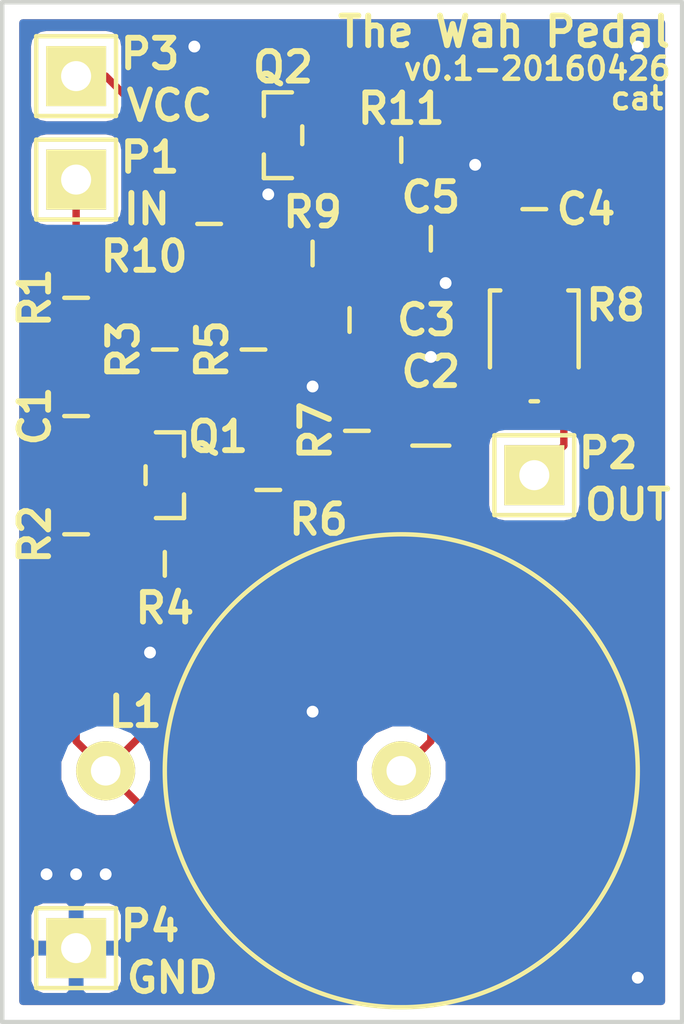
<source format=kicad_pcb>
(kicad_pcb (version 4) (host pcbnew 4.0.2-4+6225~38~ubuntu14.04.1-stable)

  (general
    (links 31)
    (no_connects 0)
    (area 128.424999 95.424999 151.575001 130.075001)
    (thickness 1.6)
    (drawings 11)
    (tracks 104)
    (zones 0)
    (modules 23)
    (nets 15)
  )

  (page USLetter)
  (layers
    (0 F.Cu signal)
    (31 B.Cu signal)
    (33 F.Adhes user)
    (35 F.Paste user)
    (37 F.SilkS user)
    (39 F.Mask user)
    (40 Dwgs.User user)
    (41 Cmts.User user)
    (42 Eco1.User user)
    (43 Eco2.User user)
    (44 Edge.Cuts user)
    (45 Margin user)
    (47 F.CrtYd user)
    (49 F.Fab user)
  )

  (setup
    (last_trace_width 0.25)
    (user_trace_width 0.2)
    (user_trace_width 0.25)
    (user_trace_width 0.3)
    (user_trace_width 0.35)
    (user_trace_width 0.4)
    (user_trace_width 0.45)
    (user_trace_width 0.5)
    (trace_clearance 0.25)
    (zone_clearance 0.5)
    (zone_45_only no)
    (trace_min 0.2)
    (segment_width 0.2)
    (edge_width 0.15)
    (via_size 0.6)
    (via_drill 0.4)
    (via_min_size 0.4)
    (via_min_drill 0.3)
    (uvia_size 0.3)
    (uvia_drill 0.1)
    (uvias_allowed no)
    (uvia_min_size 0.2)
    (uvia_min_drill 0.1)
    (pcb_text_width 0.3)
    (pcb_text_size 1.5 1.5)
    (mod_edge_width 0.15)
    (mod_text_size 1 1)
    (mod_text_width 0.15)
    (pad_size 1.524 1.524)
    (pad_drill 0.762)
    (pad_to_mask_clearance 0.2)
    (aux_axis_origin 0 0)
    (visible_elements FFFFFF7F)
    (pcbplotparams
      (layerselection 0x290aa_80000001)
      (usegerberextensions false)
      (excludeedgelayer true)
      (linewidth 0.100000)
      (plotframeref false)
      (viasonmask false)
      (mode 1)
      (useauxorigin false)
      (hpglpennumber 1)
      (hpglpenspeed 20)
      (hpglpendiameter 15)
      (hpglpenoverlay 2)
      (psnegative false)
      (psa4output false)
      (plotreference true)
      (plotvalue true)
      (plotinvisibletext false)
      (padsonsilk false)
      (subtractmaskfromsilk false)
      (outputformat 1)
      (mirror false)
      (drillshape 0)
      (scaleselection 1)
      (outputdirectory manufacturing_files/))
  )

  (net 0 "")
  (net 1 "Net-(C1-Pad1)")
  (net 2 "Net-(C1-Pad2)")
  (net 3 GND)
  (net 4 "Net-(C2-Pad1)")
  (net 5 /Output)
  (net 6 "Net-(C4-Pad1)")
  (net 7 "Net-(C4-Pad2)")
  (net 8 "Net-(C5-Pad1)")
  (net 9 "Net-(C5-Pad2)")
  (net 10 /Input)
  (net 11 "Net-(Q2-Pad3)")
  (net 12 VCC)
  (net 13 "Net-(C3-Pad2)")
  (net 14 "Net-(Q1-Pad2)")

  (net_class Default "This is the default net class."
    (clearance 0.25)
    (trace_width 0.25)
    (via_dia 0.6)
    (via_drill 0.4)
    (uvia_dia 0.3)
    (uvia_drill 0.1)
    (add_net /Input)
    (add_net /Output)
    (add_net GND)
    (add_net "Net-(C1-Pad1)")
    (add_net "Net-(C1-Pad2)")
    (add_net "Net-(C2-Pad1)")
    (add_net "Net-(C3-Pad2)")
    (add_net "Net-(C4-Pad1)")
    (add_net "Net-(C4-Pad2)")
    (add_net "Net-(C5-Pad1)")
    (add_net "Net-(C5-Pad2)")
    (add_net "Net-(Q1-Pad2)")
    (add_net "Net-(Q2-Pad3)")
    (add_net VCC)
  )

  (module Pin_Headers_Imperial:01X02-0.1IN-Straight-TH (layer F.Cu) (tedit 5723B04E) (tstamp 571EC358)
    (at 131 101.5)
    (descr "01X02 0.1 Inches Pitch Straight Through Hole Pin Header")
    (tags "01X2 0.1IN Straight TH")
    (path /571AC1F5)
    (fp_text reference P1 (at 2.5 -0.75) (layer F.SilkS)
      (effects (font (size 1 1) (thickness 0.2)))
    )
    (fp_text value CONN_01X01 (at 0 2.5) (layer F.Fab) hide
      (effects (font (size 1 1) (thickness 0.2)))
    )
    (fp_line (start 1.35 1.35) (end 1.35 -1.35) (layer F.SilkS) (width 0.15))
    (fp_line (start 1.35 -1.35) (end -1.35 -1.35) (layer F.SilkS) (width 0.15))
    (fp_line (start -1.35 -1.35) (end -1.35 1.35) (layer F.SilkS) (width 0.15))
    (fp_line (start -1.35 1.35) (end 1.35 1.35) (layer F.SilkS) (width 0.15))
    (fp_line (start 1.52 1.52) (end 1.52 -1.52) (layer F.CrtYd) (width 0.05))
    (fp_line (start 1.52 -1.52) (end -1.52 -1.52) (layer F.CrtYd) (width 0.05))
    (fp_line (start -1.52 -1.52) (end -1.52 1.52) (layer F.CrtYd) (width 0.05))
    (fp_line (start -1.52 1.52) (end 1.52 1.52) (layer F.CrtYd) (width 0.05))
    (fp_line (start 1.27 1.27) (end 1.27 -1.27) (layer F.Fab) (width 0.15))
    (fp_line (start 1.27 -1.27) (end -1.27 -1.27) (layer F.Fab) (width 0.15))
    (fp_line (start -1.27 -1.27) (end -1.27 1.27) (layer F.Fab) (width 0.15))
    (fp_line (start -1.27 1.27) (end 1.27 1.27) (layer F.Fab) (width 0.15))
    (pad 1 thru_hole rect (at 0 0) (size 2.032 2.032) (drill 1.016) (layers *.Cu *.Mask F.SilkS)
      (net 10 /Input))
    (model ${KICAD_CAT_LIBS_3D_PACKAGES}/Pin_Headers_Imperial.3dshapes/01X02-0.1IN-Straight-TH.wrl
      (at (xyz 0 0 0))
      (scale (xyz 1 1 1))
      (rotate (xyz 0 0 0))
    )
  )

  (module Pin_Headers_Imperial:01X02-0.1IN-Straight-TH (layer F.Cu) (tedit 5723B047) (tstamp 571EC35D)
    (at 146.5 111.5)
    (descr "01X02 0.1 Inches Pitch Straight Through Hole Pin Header")
    (tags "01X2 0.1IN Straight TH")
    (path /571AC5C9)
    (fp_text reference P2 (at 2.5 -0.75) (layer F.SilkS)
      (effects (font (size 1 1) (thickness 0.2)))
    )
    (fp_text value CONN_01X01 (at 0 2.5) (layer F.Fab) hide
      (effects (font (size 1 1) (thickness 0.2)))
    )
    (fp_line (start 1.35 1.35) (end 1.35 -1.35) (layer F.SilkS) (width 0.15))
    (fp_line (start 1.35 -1.35) (end -1.35 -1.35) (layer F.SilkS) (width 0.15))
    (fp_line (start -1.35 -1.35) (end -1.35 1.35) (layer F.SilkS) (width 0.15))
    (fp_line (start -1.35 1.35) (end 1.35 1.35) (layer F.SilkS) (width 0.15))
    (fp_line (start 1.52 1.52) (end 1.52 -1.52) (layer F.CrtYd) (width 0.05))
    (fp_line (start 1.52 -1.52) (end -1.52 -1.52) (layer F.CrtYd) (width 0.05))
    (fp_line (start -1.52 -1.52) (end -1.52 1.52) (layer F.CrtYd) (width 0.05))
    (fp_line (start -1.52 1.52) (end 1.52 1.52) (layer F.CrtYd) (width 0.05))
    (fp_line (start 1.27 1.27) (end 1.27 -1.27) (layer F.Fab) (width 0.15))
    (fp_line (start 1.27 -1.27) (end -1.27 -1.27) (layer F.Fab) (width 0.15))
    (fp_line (start -1.27 -1.27) (end -1.27 1.27) (layer F.Fab) (width 0.15))
    (fp_line (start -1.27 1.27) (end 1.27 1.27) (layer F.Fab) (width 0.15))
    (pad 1 thru_hole rect (at 0 0) (size 2.032 2.032) (drill 1.016) (layers *.Cu *.Mask F.SilkS)
      (net 5 /Output))
    (model ${KICAD_CAT_LIBS_3D_PACKAGES}/Pin_Headers_Imperial.3dshapes/01X02-0.1IN-Straight-TH.wrl
      (at (xyz 0 0 0))
      (scale (xyz 1 1 1))
      (rotate (xyz 0 0 0))
    )
  )

  (module Pin_Headers_Imperial:01X02-0.1IN-Straight-TH (layer F.Cu) (tedit 5723B04C) (tstamp 571EC362)
    (at 131 98)
    (descr "01X02 0.1 Inches Pitch Straight Through Hole Pin Header")
    (tags "01X2 0.1IN Straight TH")
    (path /571EBC74)
    (fp_text reference P3 (at 2.5 -0.75) (layer F.SilkS)
      (effects (font (size 1 1) (thickness 0.2)))
    )
    (fp_text value CONN_01X01 (at 0 2.5) (layer F.Fab) hide
      (effects (font (size 1 1) (thickness 0.2)))
    )
    (fp_line (start 1.35 1.35) (end 1.35 -1.35) (layer F.SilkS) (width 0.15))
    (fp_line (start 1.35 -1.35) (end -1.35 -1.35) (layer F.SilkS) (width 0.15))
    (fp_line (start -1.35 -1.35) (end -1.35 1.35) (layer F.SilkS) (width 0.15))
    (fp_line (start -1.35 1.35) (end 1.35 1.35) (layer F.SilkS) (width 0.15))
    (fp_line (start 1.52 1.52) (end 1.52 -1.52) (layer F.CrtYd) (width 0.05))
    (fp_line (start 1.52 -1.52) (end -1.52 -1.52) (layer F.CrtYd) (width 0.05))
    (fp_line (start -1.52 -1.52) (end -1.52 1.52) (layer F.CrtYd) (width 0.05))
    (fp_line (start -1.52 1.52) (end 1.52 1.52) (layer F.CrtYd) (width 0.05))
    (fp_line (start 1.27 1.27) (end 1.27 -1.27) (layer F.Fab) (width 0.15))
    (fp_line (start 1.27 -1.27) (end -1.27 -1.27) (layer F.Fab) (width 0.15))
    (fp_line (start -1.27 -1.27) (end -1.27 1.27) (layer F.Fab) (width 0.15))
    (fp_line (start -1.27 1.27) (end 1.27 1.27) (layer F.Fab) (width 0.15))
    (pad 1 thru_hole rect (at 0 0) (size 2.032 2.032) (drill 1.016) (layers *.Cu *.Mask F.SilkS)
      (net 12 VCC))
    (model ${KICAD_CAT_LIBS_3D_PACKAGES}/Pin_Headers_Imperial.3dshapes/01X02-0.1IN-Straight-TH.wrl
      (at (xyz 0 0 0))
      (scale (xyz 1 1 1))
      (rotate (xyz 0 0 0))
    )
  )

  (module Pin_Headers_Imperial:01X02-0.1IN-Straight-TH (layer F.Cu) (tedit 5723B053) (tstamp 571EC367)
    (at 131 127.5)
    (descr "01X02 0.1 Inches Pitch Straight Through Hole Pin Header")
    (tags "01X2 0.1IN Straight TH")
    (path /571EB99A)
    (fp_text reference P4 (at 2.5 -0.75) (layer F.SilkS)
      (effects (font (size 1 1) (thickness 0.2)))
    )
    (fp_text value CONN_01X01 (at 0 2.5) (layer F.Fab) hide
      (effects (font (size 1 1) (thickness 0.2)))
    )
    (fp_line (start 1.35 1.35) (end 1.35 -1.35) (layer F.SilkS) (width 0.15))
    (fp_line (start 1.35 -1.35) (end -1.35 -1.35) (layer F.SilkS) (width 0.15))
    (fp_line (start -1.35 -1.35) (end -1.35 1.35) (layer F.SilkS) (width 0.15))
    (fp_line (start -1.35 1.35) (end 1.35 1.35) (layer F.SilkS) (width 0.15))
    (fp_line (start 1.52 1.52) (end 1.52 -1.52) (layer F.CrtYd) (width 0.05))
    (fp_line (start 1.52 -1.52) (end -1.52 -1.52) (layer F.CrtYd) (width 0.05))
    (fp_line (start -1.52 -1.52) (end -1.52 1.52) (layer F.CrtYd) (width 0.05))
    (fp_line (start -1.52 1.52) (end 1.52 1.52) (layer F.CrtYd) (width 0.05))
    (fp_line (start 1.27 1.27) (end 1.27 -1.27) (layer F.Fab) (width 0.15))
    (fp_line (start 1.27 -1.27) (end -1.27 -1.27) (layer F.Fab) (width 0.15))
    (fp_line (start -1.27 -1.27) (end -1.27 1.27) (layer F.Fab) (width 0.15))
    (fp_line (start -1.27 1.27) (end 1.27 1.27) (layer F.Fab) (width 0.15))
    (pad 1 thru_hole rect (at 0 0) (size 2.032 2.032) (drill 1.016) (layers *.Cu *.Mask F.SilkS)
      (net 3 GND))
    (model ${KICAD_CAT_LIBS_3D_PACKAGES}/Pin_Headers_Imperial.3dshapes/01X02-0.1IN-Straight-TH.wrl
      (at (xyz 0 0 0))
      (scale (xyz 1 1 1))
      (rotate (xyz 0 0 0))
    )
  )

  (module ON_Semiconductor_Bipolar_Transistors:SOT-23_BC817-40LT3G (layer F.Cu) (tedit 5723B49C) (tstamp 571ACF68)
    (at 134 111.5 270)
    (descr "SOT-23 (TO-236) land pattern for component BC817-40LT3G")
    (tags "SOT-23 TO-236 BC817-40LT3G")
    (path /5719554F)
    (attr smd)
    (fp_text reference Q1 (at -1.3 -1.8 360) (layer F.SilkS)
      (effects (font (size 1 1) (thickness 0.2)))
    )
    (fp_text value Q-NPN-BEC (at 0 2.35 270) (layer F.Fab) hide
      (effects (font (size 1 1) (thickness 0.2)))
    )
    (fp_line (start -0.3 0.65) (end 0.3 0.65) (layer F.SilkS) (width 0.15))
    (fp_line (start -1.6 1.7) (end -0.3 1.7) (layer F.CrtYd) (width 0.05))
    (fp_line (start -0.3 1.7) (end -0.3 0.9) (layer F.CrtYd) (width 0.05))
    (fp_line (start -0.3 0.9) (end 0.3 0.9) (layer F.CrtYd) (width 0.05))
    (fp_line (start 0.3 0.9) (end 0.3 1.7) (layer F.CrtYd) (width 0.05))
    (fp_line (start 0.3 1.7) (end 1.6 1.7) (layer F.CrtYd) (width 0.05))
    (fp_line (start 1.6 1.7) (end 1.6 0.9) (layer F.CrtYd) (width 0.05))
    (fp_line (start 1.6 0.9) (end 1.7 0.9) (layer F.CrtYd) (width 0.05))
    (fp_line (start 1.7 0.9) (end 1.7 -0.9) (layer F.CrtYd) (width 0.05))
    (fp_line (start 1.7 -0.9) (end 0.65 -0.9) (layer F.CrtYd) (width 0.05))
    (fp_line (start 0.65 -0.9) (end 0.65 -1.7) (layer F.CrtYd) (width 0.05))
    (fp_line (start 0.65 -1.7) (end -0.65 -1.7) (layer F.CrtYd) (width 0.05))
    (fp_line (start -0.65 -1.7) (end -0.65 -0.9) (layer F.CrtYd) (width 0.05))
    (fp_line (start -0.65 -0.9) (end -1.7 -0.9) (layer F.CrtYd) (width 0.05))
    (fp_line (start -1.7 -0.9) (end -1.7 0.9) (layer F.CrtYd) (width 0.05))
    (fp_line (start -1.7 0.9) (end -1.6 0.9) (layer F.CrtYd) (width 0.05))
    (fp_line (start -1.6 0.9) (end -1.6 1.7) (layer F.CrtYd) (width 0.05))
    (fp_line (start 0.73 1.2) (end 0.73 0.65) (layer F.Fab) (width 0.15))
    (fp_line (start 0.73 0.65) (end 1.17 0.65) (layer F.Fab) (width 0.1))
    (fp_line (start 1.17 0.65) (end 1.17 1.19) (layer F.Fab) (width 0.15))
    (fp_line (start 1.17 1.2) (end 0.73 1.2) (layer F.Fab) (width 0.15))
    (fp_line (start -0.73 1.2) (end -1.17 1.2) (layer F.Fab) (width 0.15))
    (fp_line (start -0.73 0.65) (end -0.73 1.19) (layer F.Fab) (width 0.15))
    (fp_line (start -1.17 0.65) (end -0.73 0.65) (layer F.Fab) (width 0.1))
    (fp_line (start -1.17 1.2) (end -1.17 0.65) (layer F.Fab) (width 0.15))
    (fp_line (start -0.22 -0.65) (end -0.22 -1.2) (layer F.Fab) (width 0.15))
    (fp_line (start -0.22 -1.2) (end 0.22 -1.2) (layer F.Fab) (width 0.15))
    (fp_line (start 0.22 -1.2) (end 0.22 -0.66) (layer F.Fab) (width 0.15))
    (fp_line (start 0.22 -0.65) (end -0.22 -0.65) (layer F.Fab) (width 0.15))
    (fp_line (start 1.45 0.65) (end -1.45 0.65) (layer F.Fab) (width 0.15))
    (fp_line (start -1.45 0.65) (end -1.45 -0.65) (layer F.Fab) (width 0.15))
    (fp_line (start -1.45 -0.65) (end 1.45 -0.65) (layer F.Fab) (width 0.15))
    (fp_line (start 1.45 -0.65) (end 1.45 0.65) (layer F.Fab) (width 0.15))
    (fp_line (start 1.45 -0.65) (end 0.65 -0.65) (layer F.SilkS) (width 0.15))
    (fp_line (start -1.45 0.3) (end -1.45 -0.65) (layer F.SilkS) (width 0.15))
    (fp_line (start -1.45 -0.65) (end -0.65 -0.65) (layer F.SilkS) (width 0.15))
    (fp_line (start 1.45 -0.65) (end 1.45 0.3) (layer F.SilkS) (width 0.15))
    (pad 1 smd rect (at -0.95 1 270) (size 0.8 0.9) (layers F.Cu F.Paste F.Mask)
      (net 1 "Net-(C1-Pad1)"))
    (pad 2 smd rect (at 0.95 1 270) (size 0.8 0.9) (layers F.Cu F.Paste F.Mask)
      (net 14 "Net-(Q1-Pad2)"))
    (pad 3 smd rect (at 0 -1 270) (size 0.8 0.9) (layers F.Cu F.Paste F.Mask)
      (net 13 "Net-(C3-Pad2)"))
    (model ${KICAD_CAT_LIBS_3D_PACKAGES}/ON_Semiconductor_Bipolar_Transistors.3dshapes/SOT-23_BC817-40LT3G.wrl
      (at (xyz 0 0 0))
      (scale (xyz 1 1 1))
      (rotate (xyz 0 0 0))
    )
  )

  (module ON_Semiconductor_Bipolar_Transistors:SOT-23_BC817-40LT3G (layer F.Cu) (tedit 5723B66F) (tstamp 571ACF94)
    (at 138 100 90)
    (descr "SOT-23 (TO-236) land pattern for component BC817-40LT3G")
    (tags "SOT-23 TO-236 BC817-40LT3G")
    (path /57195BDA)
    (attr smd)
    (fp_text reference Q2 (at 2.3 0 180) (layer F.SilkS)
      (effects (font (size 1 1) (thickness 0.2)))
    )
    (fp_text value Q-NPN-BEC (at 0 2.35 90) (layer F.Fab) hide
      (effects (font (size 1 1) (thickness 0.2)))
    )
    (fp_line (start -0.3 0.65) (end 0.3 0.65) (layer F.SilkS) (width 0.15))
    (fp_line (start -1.6 1.7) (end -0.3 1.7) (layer F.CrtYd) (width 0.05))
    (fp_line (start -0.3 1.7) (end -0.3 0.9) (layer F.CrtYd) (width 0.05))
    (fp_line (start -0.3 0.9) (end 0.3 0.9) (layer F.CrtYd) (width 0.05))
    (fp_line (start 0.3 0.9) (end 0.3 1.7) (layer F.CrtYd) (width 0.05))
    (fp_line (start 0.3 1.7) (end 1.6 1.7) (layer F.CrtYd) (width 0.05))
    (fp_line (start 1.6 1.7) (end 1.6 0.9) (layer F.CrtYd) (width 0.05))
    (fp_line (start 1.6 0.9) (end 1.7 0.9) (layer F.CrtYd) (width 0.05))
    (fp_line (start 1.7 0.9) (end 1.7 -0.9) (layer F.CrtYd) (width 0.05))
    (fp_line (start 1.7 -0.9) (end 0.65 -0.9) (layer F.CrtYd) (width 0.05))
    (fp_line (start 0.65 -0.9) (end 0.65 -1.7) (layer F.CrtYd) (width 0.05))
    (fp_line (start 0.65 -1.7) (end -0.65 -1.7) (layer F.CrtYd) (width 0.05))
    (fp_line (start -0.65 -1.7) (end -0.65 -0.9) (layer F.CrtYd) (width 0.05))
    (fp_line (start -0.65 -0.9) (end -1.7 -0.9) (layer F.CrtYd) (width 0.05))
    (fp_line (start -1.7 -0.9) (end -1.7 0.9) (layer F.CrtYd) (width 0.05))
    (fp_line (start -1.7 0.9) (end -1.6 0.9) (layer F.CrtYd) (width 0.05))
    (fp_line (start -1.6 0.9) (end -1.6 1.7) (layer F.CrtYd) (width 0.05))
    (fp_line (start 0.73 1.2) (end 0.73 0.65) (layer F.Fab) (width 0.15))
    (fp_line (start 0.73 0.65) (end 1.17 0.65) (layer F.Fab) (width 0.1))
    (fp_line (start 1.17 0.65) (end 1.17 1.19) (layer F.Fab) (width 0.15))
    (fp_line (start 1.17 1.2) (end 0.73 1.2) (layer F.Fab) (width 0.15))
    (fp_line (start -0.73 1.2) (end -1.17 1.2) (layer F.Fab) (width 0.15))
    (fp_line (start -0.73 0.65) (end -0.73 1.19) (layer F.Fab) (width 0.15))
    (fp_line (start -1.17 0.65) (end -0.73 0.65) (layer F.Fab) (width 0.1))
    (fp_line (start -1.17 1.2) (end -1.17 0.65) (layer F.Fab) (width 0.15))
    (fp_line (start -0.22 -0.65) (end -0.22 -1.2) (layer F.Fab) (width 0.15))
    (fp_line (start -0.22 -1.2) (end 0.22 -1.2) (layer F.Fab) (width 0.15))
    (fp_line (start 0.22 -1.2) (end 0.22 -0.66) (layer F.Fab) (width 0.15))
    (fp_line (start 0.22 -0.65) (end -0.22 -0.65) (layer F.Fab) (width 0.15))
    (fp_line (start 1.45 0.65) (end -1.45 0.65) (layer F.Fab) (width 0.15))
    (fp_line (start -1.45 0.65) (end -1.45 -0.65) (layer F.Fab) (width 0.15))
    (fp_line (start -1.45 -0.65) (end 1.45 -0.65) (layer F.Fab) (width 0.15))
    (fp_line (start 1.45 -0.65) (end 1.45 0.65) (layer F.Fab) (width 0.15))
    (fp_line (start 1.45 -0.65) (end 0.65 -0.65) (layer F.SilkS) (width 0.15))
    (fp_line (start -1.45 0.3) (end -1.45 -0.65) (layer F.SilkS) (width 0.15))
    (fp_line (start -1.45 -0.65) (end -0.65 -0.65) (layer F.SilkS) (width 0.15))
    (fp_line (start 1.45 -0.65) (end 1.45 0.3) (layer F.SilkS) (width 0.15))
    (pad 1 smd rect (at -0.95 1 90) (size 0.8 0.9) (layers F.Cu F.Paste F.Mask)
      (net 8 "Net-(C5-Pad1)"))
    (pad 2 smd rect (at 0.95 1 90) (size 0.8 0.9) (layers F.Cu F.Paste F.Mask)
      (net 6 "Net-(C4-Pad1)"))
    (pad 3 smd rect (at 0 -1 90) (size 0.8 0.9) (layers F.Cu F.Paste F.Mask)
      (net 11 "Net-(Q2-Pad3)"))
    (model ${KICAD_CAT_LIBS_3D_PACKAGES}/ON_Semiconductor_Bipolar_Transistors.3dshapes/SOT-23_BC817-40LT3G.wrl
      (at (xyz 0 0 0))
      (scale (xyz 1 1 1))
      (rotate (xyz 0 0 0))
    )
  )

  (module Capacitors_SMD_Chip_IPC:1608M-0603I-Most (layer F.Cu) (tedit 5723B428) (tstamp 571ACEC1)
    (at 131 109.5 90)
    (descr "1608 Metric 0603 Imperial Most Land")
    (tags "1608M 0603I")
    (path /571196C3)
    (attr smd)
    (fp_text reference C1 (at 0 -1.4 90) (layer F.SilkS)
      (effects (font (size 1 1) (thickness 0.2)))
    )
    (fp_text value 0.01uF (at 0 1.4 90) (layer F.Fab) hide
      (effects (font (size 1 1) (thickness 0.2)))
    )
    (fp_line (start 0 -0.4) (end 0 0.4) (layer F.SilkS) (width 0.15))
    (fp_line (start -0.2 -0.3) (end -0.2 0.3) (layer F.Adhes) (width 0.01))
    (fp_line (start -0.2 0.3) (end 0.2 0.3) (layer F.Adhes) (width 0.01))
    (fp_line (start 0.2 0.3) (end 0.2 -0.3) (layer F.Adhes) (width 0.01))
    (fp_line (start 0.2 -0.3) (end -0.2 -0.3) (layer F.Adhes) (width 0.01))
    (fp_line (start -0.8 -0.4) (end -0.8 0.4) (layer F.Fab) (width 0.15))
    (fp_line (start -0.8 0.4) (end 0.8 0.4) (layer F.Fab) (width 0.15))
    (fp_line (start 0.8 0.4) (end 0.8 -0.4) (layer F.Fab) (width 0.15))
    (fp_line (start 0.8 -0.4) (end -0.8 -0.4) (layer F.Fab) (width 0.15))
    (fp_line (start -1.915 -1.015) (end 1.915 -1.015) (layer F.CrtYd) (width 0.05))
    (fp_line (start 1.915 -1.015) (end 1.915 1.015) (layer F.CrtYd) (width 0.05))
    (fp_line (start 1.915 1.015) (end -1.915 1.015) (layer F.CrtYd) (width 0.05))
    (fp_line (start -1.915 1.015) (end -1.915 -1.015) (layer F.CrtYd) (width 0.05))
    (pad 1 smd rect (at -0.87 0 90) (size 1.09 1.03) (layers F.Cu F.Paste F.Mask)
      (net 1 "Net-(C1-Pad1)"))
    (pad 2 smd rect (at 0.87 0 90) (size 1.09 1.03) (layers F.Cu F.Paste F.Mask)
      (net 2 "Net-(C1-Pad2)"))
    (model ${KICAD_CAT_LIBS_3D_PACKAGES}/Capacitors_SMD_Chip_IPC.3dshapes/1608M-0603I.wrl
      (at (xyz 0 0 0))
      (scale (xyz 1 1 1))
      (rotate (xyz 0 0 0))
    )
  )

  (module Capacitors_SMD_Chip_IPC:1608M-0603I-Most (layer F.Cu) (tedit 5723B616) (tstamp 571ACEE7)
    (at 140.25 106.25 180)
    (descr "1608 Metric 0603 Imperial Most Land")
    (tags "1608M 0603I")
    (path /5712352C)
    (attr smd)
    (fp_text reference C3 (at -2.6 0 180) (layer F.SilkS)
      (effects (font (size 1 1) (thickness 0.2)))
    )
    (fp_text value 0.22uF (at 0 1.4 180) (layer F.Fab) hide
      (effects (font (size 1 1) (thickness 0.2)))
    )
    (fp_line (start 0 -0.4) (end 0 0.4) (layer F.SilkS) (width 0.15))
    (fp_line (start -0.2 -0.3) (end -0.2 0.3) (layer F.Adhes) (width 0.01))
    (fp_line (start -0.2 0.3) (end 0.2 0.3) (layer F.Adhes) (width 0.01))
    (fp_line (start 0.2 0.3) (end 0.2 -0.3) (layer F.Adhes) (width 0.01))
    (fp_line (start 0.2 -0.3) (end -0.2 -0.3) (layer F.Adhes) (width 0.01))
    (fp_line (start -0.8 -0.4) (end -0.8 0.4) (layer F.Fab) (width 0.15))
    (fp_line (start -0.8 0.4) (end 0.8 0.4) (layer F.Fab) (width 0.15))
    (fp_line (start 0.8 0.4) (end 0.8 -0.4) (layer F.Fab) (width 0.15))
    (fp_line (start 0.8 -0.4) (end -0.8 -0.4) (layer F.Fab) (width 0.15))
    (fp_line (start -1.915 -1.015) (end 1.915 -1.015) (layer F.CrtYd) (width 0.05))
    (fp_line (start 1.915 -1.015) (end 1.915 1.015) (layer F.CrtYd) (width 0.05))
    (fp_line (start 1.915 1.015) (end -1.915 1.015) (layer F.CrtYd) (width 0.05))
    (fp_line (start -1.915 1.015) (end -1.915 -1.015) (layer F.CrtYd) (width 0.05))
    (pad 1 smd rect (at -0.87 0 180) (size 1.09 1.03) (layers F.Cu F.Paste F.Mask)
      (net 5 /Output))
    (pad 2 smd rect (at 0.87 0 180) (size 1.09 1.03) (layers F.Cu F.Paste F.Mask)
      (net 13 "Net-(C3-Pad2)"))
    (model ${KICAD_CAT_LIBS_3D_PACKAGES}/Capacitors_SMD_Chip_IPC.3dshapes/1608M-0603I.wrl
      (at (xyz 0 0 0))
      (scale (xyz 1 1 1))
      (rotate (xyz 0 0 0))
    )
  )

  (module Capacitors_SMD_Chip_IPC:1608M-0603I-Most (layer F.Cu) (tedit 5723B922) (tstamp 571ACEFA)
    (at 146.5 102.5 270)
    (descr "1608 Metric 0603 Imperial Most Land")
    (tags "1608M 0603I")
    (path /571226FF)
    (attr smd)
    (fp_text reference C4 (at 0 -1.75 360) (layer F.SilkS)
      (effects (font (size 1 1) (thickness 0.2)))
    )
    (fp_text value 0.01uF (at 0 1.4 270) (layer F.Fab) hide
      (effects (font (size 1 1) (thickness 0.2)))
    )
    (fp_line (start 0 -0.4) (end 0 0.4) (layer F.SilkS) (width 0.15))
    (fp_line (start -0.2 -0.3) (end -0.2 0.3) (layer F.Adhes) (width 0.01))
    (fp_line (start -0.2 0.3) (end 0.2 0.3) (layer F.Adhes) (width 0.01))
    (fp_line (start 0.2 0.3) (end 0.2 -0.3) (layer F.Adhes) (width 0.01))
    (fp_line (start 0.2 -0.3) (end -0.2 -0.3) (layer F.Adhes) (width 0.01))
    (fp_line (start -0.8 -0.4) (end -0.8 0.4) (layer F.Fab) (width 0.15))
    (fp_line (start -0.8 0.4) (end 0.8 0.4) (layer F.Fab) (width 0.15))
    (fp_line (start 0.8 0.4) (end 0.8 -0.4) (layer F.Fab) (width 0.15))
    (fp_line (start 0.8 -0.4) (end -0.8 -0.4) (layer F.Fab) (width 0.15))
    (fp_line (start -1.915 -1.015) (end 1.915 -1.015) (layer F.CrtYd) (width 0.05))
    (fp_line (start 1.915 -1.015) (end 1.915 1.015) (layer F.CrtYd) (width 0.05))
    (fp_line (start 1.915 1.015) (end -1.915 1.015) (layer F.CrtYd) (width 0.05))
    (fp_line (start -1.915 1.015) (end -1.915 -1.015) (layer F.CrtYd) (width 0.05))
    (pad 1 smd rect (at -0.87 0 270) (size 1.09 1.03) (layers F.Cu F.Paste F.Mask)
      (net 6 "Net-(C4-Pad1)"))
    (pad 2 smd rect (at 0.87 0 270) (size 1.09 1.03) (layers F.Cu F.Paste F.Mask)
      (net 7 "Net-(C4-Pad2)"))
    (model ${KICAD_CAT_LIBS_3D_PACKAGES}/Capacitors_SMD_Chip_IPC.3dshapes/1608M-0603I.wrl
      (at (xyz 0 0 0))
      (scale (xyz 1 1 1))
      (rotate (xyz 0 0 0))
    )
  )

  (module Capacitors_SMD_Chip_IPC:1608M-0603I-Most (layer F.Cu) (tedit 5723B4E0) (tstamp 571ACF0D)
    (at 143 103.5)
    (descr "1608 Metric 0603 Imperial Most Land")
    (tags "1608M 0603I")
    (path /571230CD)
    (attr smd)
    (fp_text reference C5 (at 0 -1.4) (layer F.SilkS)
      (effects (font (size 1 1) (thickness 0.2)))
    )
    (fp_text value 0.22uF (at 0 1.4) (layer F.Fab) hide
      (effects (font (size 1 1) (thickness 0.2)))
    )
    (fp_line (start 0 -0.4) (end 0 0.4) (layer F.SilkS) (width 0.15))
    (fp_line (start -0.2 -0.3) (end -0.2 0.3) (layer F.Adhes) (width 0.01))
    (fp_line (start -0.2 0.3) (end 0.2 0.3) (layer F.Adhes) (width 0.01))
    (fp_line (start 0.2 0.3) (end 0.2 -0.3) (layer F.Adhes) (width 0.01))
    (fp_line (start 0.2 -0.3) (end -0.2 -0.3) (layer F.Adhes) (width 0.01))
    (fp_line (start -0.8 -0.4) (end -0.8 0.4) (layer F.Fab) (width 0.15))
    (fp_line (start -0.8 0.4) (end 0.8 0.4) (layer F.Fab) (width 0.15))
    (fp_line (start 0.8 0.4) (end 0.8 -0.4) (layer F.Fab) (width 0.15))
    (fp_line (start 0.8 -0.4) (end -0.8 -0.4) (layer F.Fab) (width 0.15))
    (fp_line (start -1.915 -1.015) (end 1.915 -1.015) (layer F.CrtYd) (width 0.05))
    (fp_line (start 1.915 -1.015) (end 1.915 1.015) (layer F.CrtYd) (width 0.05))
    (fp_line (start 1.915 1.015) (end -1.915 1.015) (layer F.CrtYd) (width 0.05))
    (fp_line (start -1.915 1.015) (end -1.915 -1.015) (layer F.CrtYd) (width 0.05))
    (pad 1 smd rect (at -0.87 0) (size 1.09 1.03) (layers F.Cu F.Paste F.Mask)
      (net 8 "Net-(C5-Pad1)"))
    (pad 2 smd rect (at 0.87 0) (size 1.09 1.03) (layers F.Cu F.Paste F.Mask)
      (net 9 "Net-(C5-Pad2)"))
    (model ${KICAD_CAT_LIBS_3D_PACKAGES}/Capacitors_SMD_Chip_IPC.3dshapes/1608M-0603I.wrl
      (at (xyz 0 0 0))
      (scale (xyz 1 1 1))
      (rotate (xyz 0 0 0))
    )
  )

  (module Capacitors_SMD_Chip_IPC:2012M-0805I-Most (layer F.Cu) (tedit 5723B654) (tstamp 571ACED4)
    (at 143 110.5 90)
    (descr "2012 Metric 0805 Imperial Most Land")
    (tags "2012M 0805I")
    (path /571AA764)
    (attr smd)
    (fp_text reference C2 (at 2.5 0 180) (layer F.SilkS)
      (effects (font (size 1 1) (thickness 0.2)))
    )
    (fp_text value 4.7uF (at 0 1.7 90) (layer F.Fab) hide
      (effects (font (size 1 1) (thickness 0.2)))
    )
    (fp_line (start 0 -0.625) (end 0 0.625) (layer F.SilkS) (width 0.15))
    (fp_line (start -0.2 -0.4) (end -0.2 0.4) (layer F.Adhes) (width 0.01))
    (fp_line (start -0.2 0.4) (end 0.2 0.4) (layer F.Adhes) (width 0.01))
    (fp_line (start 0.2 0.4) (end 0.2 -0.4) (layer F.Adhes) (width 0.01))
    (fp_line (start 0.2 -0.4) (end -0.2 -0.4) (layer F.Adhes) (width 0.01))
    (fp_line (start -1 -0.625) (end -1 0.625) (layer F.Fab) (width 0.15))
    (fp_line (start -1 0.625) (end 1 0.625) (layer F.Fab) (width 0.15))
    (fp_line (start 1 0.625) (end 1 -0.625) (layer F.Fab) (width 0.15))
    (fp_line (start 1 -0.625) (end -1 -0.625) (layer F.Fab) (width 0.15))
    (fp_line (start -2.155 -1.285) (end 2.155 -1.285) (layer F.CrtYd) (width 0.05))
    (fp_line (start 2.155 -1.285) (end 2.155 1.285) (layer F.CrtYd) (width 0.05))
    (fp_line (start 2.155 1.285) (end -2.155 1.285) (layer F.CrtYd) (width 0.05))
    (fp_line (start -2.155 1.285) (end -2.155 -1.285) (layer F.CrtYd) (width 0.05))
    (pad 1 smd rect (at -0.975 0 90) (size 1.36 1.57) (layers F.Cu F.Paste F.Mask)
      (net 4 "Net-(C2-Pad1)"))
    (pad 2 smd rect (at 0.975 0 90) (size 1.36 1.57) (layers F.Cu F.Paste F.Mask)
      (net 3 GND))
    (model ${KICAD_CAT_LIBS_3D_PACKAGES}/Capacitors_SMD_Chip_IPC.3dshapes/2012M-0805I.wrl
      (at (xyz 0 0 0))
      (scale (xyz 1 1 1))
      (rotate (xyz 0 0 0))
    )
  )

  (module Bourns_Potentiometers:3MM-SMD-TRIMPOT_TC33X-2-501E (layer F.Cu) (tedit 5723B50E) (tstamp 571FE746)
    (at 146.5 107)
    (descr "3mm Surface Mount Trimmer Potentiometer TC33X-2-501E")
    (tags "3MM SMD TRIMPOT TC33X-2-501E")
    (path /5712734A)
    (attr smd)
    (fp_text reference R8 (at 2.75 -1.25) (layer F.SilkS)
      (effects (font (size 1 1) (thickness 0.2)))
    )
    (fp_text value 100kR (at 0 3.3) (layer F.Fab) hide
      (effects (font (size 1 1) (thickness 0.2)))
    )
    (fp_line (start -1.85 2.65) (end -1.85 0.95) (layer F.CrtYd) (width 0.05))
    (fp_line (start -1.85 0.95) (end -1.75 0.95) (layer F.CrtYd) (width 0.05))
    (fp_line (start -1.75 0.95) (end -1.75 -2) (layer F.CrtYd) (width 0.05))
    (fp_line (start -1.75 -2) (end -1.05 -2) (layer F.CrtYd) (width 0.05))
    (fp_line (start -1.05 -2) (end -1.05 -2.45) (layer F.CrtYd) (width 0.05))
    (fp_line (start -1.05 -2.45) (end 1.05 -2.45) (layer F.CrtYd) (width 0.05))
    (fp_line (start 1.05 -2.45) (end 1.05 -2) (layer F.CrtYd) (width 0.05))
    (fp_line (start 1.05 -2) (end 1.75 -2) (layer F.CrtYd) (width 0.05))
    (fp_line (start 1.75 -2) (end 1.75 0.95) (layer F.CrtYd) (width 0.05))
    (fp_line (start 1.75 0.95) (end 1.85 0.95) (layer F.CrtYd) (width 0.05))
    (fp_line (start 1.85 0.95) (end 1.85 2.65) (layer F.CrtYd) (width 0.05))
    (fp_line (start 1.85 2.65) (end -1.85 2.65) (layer F.CrtYd) (width 0.05))
    (fp_line (start -1.5 -1.75) (end -1.5 2) (layer F.Fab) (width 0.15))
    (fp_line (start 1.5 -1.75) (end 1.5 2) (layer F.Fab) (width 0.15))
    (fp_line (start -1.5 -1.75) (end 1.5 -1.75) (layer F.Fab) (width 0.15))
    (fp_line (start -1.5 2) (end 1.5 2) (layer F.Fab) (width 0.15))
    (fp_line (start -1.5 0.85) (end -1.5 -1.75) (layer F.SilkS) (width 0.15))
    (fp_line (start -1.5 -1.75) (end -1.15 -1.75) (layer F.SilkS) (width 0.15))
    (fp_line (start 1.5 0.85) (end 1.5 -1.75) (layer F.SilkS) (width 0.15))
    (fp_line (start 1.5 -1.75) (end 1.15 -1.75) (layer F.SilkS) (width 0.15))
    (fp_line (start -0.125 2) (end 0.125 2) (layer F.SilkS) (width 0.15))
    (fp_circle (center 0 0) (end -0.9 0.9) (layer F.Fab) (width 0.15))
    (pad 1 smd rect (at -1 1.8) (size 1.2 1.2) (layers F.Cu F.Paste F.Mask)
      (net 3 GND))
    (pad 2 smd rect (at 0 -1.45) (size 1.6 1.5) (layers F.Cu F.Paste F.Mask)
      (net 9 "Net-(C5-Pad2)"))
    (pad 3 smd rect (at 1 1.8) (size 1.2 1.2) (layers F.Cu F.Paste F.Mask)
      (net 5 /Output))
    (model ${KICAD_CAT_LIBS_3D_PACKAGES}/Bourns_Potentiometers.3dshapes/3MM-SMD-TRIMPOT_TC33X-2-501E.wrl
      (at (xyz 0 0 0))
      (scale (xyz 1 1 1))
      (rotate (xyz 0 0 0))
    )
  )

  (module Bourns_Varnished_Chokes:Vertical-TH-D16MM-H22.35MM_70F501AF-RC (layer F.Cu) (tedit 5723AE82) (tstamp 571ACF1A)
    (at 142 121.5)
    (descr "Vertical Through Hole Land Pattern for 16mm Diameter 22.35mm Height choke 70F501AF-RC")
    (tags "Vertical TH D16MM H22.35MM 70F501AF-RC")
    (path /5711D62A)
    (fp_text reference L1 (at -9 -2) (layer F.SilkS)
      (effects (font (size 1 1) (thickness 0.2)))
    )
    (fp_text value 500mH (at 0 8.95) (layer F.Fab) hide
      (effects (font (size 1 1) (thickness 0.2)))
    )
    (fp_circle (center 0 0) (end 8 0) (layer F.SilkS) (width 0.15))
    (fp_arc (start -10 0) (end -10 1.25) (angle 90) (layer F.CrtYd) (width 0.05))
    (fp_arc (start -10 0) (end -11.25 0) (angle 90) (layer F.CrtYd) (width 0.05))
    (fp_line (start -8.15 -1.25) (end -10 -1.25) (layer F.CrtYd) (width 0.05))
    (fp_line (start -8.15 1.25) (end -10 1.25) (layer F.CrtYd) (width 0.05))
    (fp_circle (center 0 0) (end 0 8.25) (layer F.CrtYd) (width 0.05))
    (fp_circle (center 0 0) (end 8 0) (layer F.Fab) (width 0.15))
    (pad 1 thru_hole circle (at 0 0) (size 2 2) (drill 1) (layers *.Cu *.Mask F.SilkS)
      (net 4 "Net-(C2-Pad1)"))
    (pad 2 thru_hole circle (at -10 0) (size 2 2) (drill 1) (layers *.Cu *.Mask F.SilkS)
      (net 7 "Net-(C4-Pad2)"))
  )

  (module Resistors_SMD_Chip_IPC:1608M-0603I-Most (layer F.Cu) (tedit 5723B4E5) (tstamp 571AD06F)
    (at 142 100.5 180)
    (descr "1608 Metric 0603 Imperial Most Land")
    (tags "1608M 0603I")
    (path /57124234)
    (attr smd)
    (fp_text reference R11 (at 0 1.4 180) (layer F.SilkS)
      (effects (font (size 1 1) (thickness 0.2)))
    )
    (fp_text value 10kR (at 0 1.4 180) (layer F.Fab) hide
      (effects (font (size 1 1) (thickness 0.2)))
    )
    (fp_line (start 0 -0.4) (end 0 0.4) (layer F.SilkS) (width 0.15))
    (fp_line (start -0.2 -0.3) (end -0.2 0.3) (layer F.Adhes) (width 0.01))
    (fp_line (start -0.2 0.3) (end 0.2 0.3) (layer F.Adhes) (width 0.01))
    (fp_line (start 0.2 0.3) (end 0.2 -0.3) (layer F.Adhes) (width 0.01))
    (fp_line (start 0.2 -0.3) (end -0.2 -0.3) (layer F.Adhes) (width 0.01))
    (fp_line (start -0.8 -0.4) (end -0.8 0.4) (layer F.Fab) (width 0.15))
    (fp_line (start -0.8 0.4) (end 0.8 0.4) (layer F.Fab) (width 0.15))
    (fp_line (start 0.8 0.4) (end 0.8 -0.4) (layer F.Fab) (width 0.15))
    (fp_line (start 0.8 -0.4) (end -0.8 -0.4) (layer F.Fab) (width 0.15))
    (fp_line (start -1.915 -1.015) (end 1.915 -1.015) (layer F.CrtYd) (width 0.05))
    (fp_line (start 1.915 -1.015) (end 1.915 1.015) (layer F.CrtYd) (width 0.05))
    (fp_line (start 1.915 1.015) (end -1.915 1.015) (layer F.CrtYd) (width 0.05))
    (fp_line (start -1.915 1.015) (end -1.915 -1.015) (layer F.CrtYd) (width 0.05))
    (pad 1 smd rect (at -0.87 0 180) (size 1.09 1.03) (layers F.Cu F.Paste F.Mask)
      (net 3 GND))
    (pad 2 smd rect (at 0.87 0 180) (size 1.09 1.03) (layers F.Cu F.Paste F.Mask)
      (net 6 "Net-(C4-Pad1)"))
    (model ${KICAD_CAT_LIBS_3D_PACKAGES}/Resistors_SMD_Chip_IPC.3dshapes/1608M-0603I.wrl
      (at (xyz 0 0 0))
      (scale (xyz 1 1 1))
      (rotate (xyz 0 0 0))
    )
  )

  (module Resistors_SMD_Chip_IPC:1608M-0603I-Most (layer F.Cu) (tedit 5723B4C2) (tstamp 571AD05C)
    (at 135.5 103 270)
    (descr "1608 Metric 0603 Imperial Most Land")
    (tags "1608M 0603I")
    (path /57123B95)
    (attr smd)
    (fp_text reference R10 (at 1.1 2.2 360) (layer F.SilkS)
      (effects (font (size 1 1) (thickness 0.2)))
    )
    (fp_text value 1kR (at 0 1.4 270) (layer F.Fab) hide
      (effects (font (size 1 1) (thickness 0.2)))
    )
    (fp_line (start 0 -0.4) (end 0 0.4) (layer F.SilkS) (width 0.15))
    (fp_line (start -0.2 -0.3) (end -0.2 0.3) (layer F.Adhes) (width 0.01))
    (fp_line (start -0.2 0.3) (end 0.2 0.3) (layer F.Adhes) (width 0.01))
    (fp_line (start 0.2 0.3) (end 0.2 -0.3) (layer F.Adhes) (width 0.01))
    (fp_line (start 0.2 -0.3) (end -0.2 -0.3) (layer F.Adhes) (width 0.01))
    (fp_line (start -0.8 -0.4) (end -0.8 0.4) (layer F.Fab) (width 0.15))
    (fp_line (start -0.8 0.4) (end 0.8 0.4) (layer F.Fab) (width 0.15))
    (fp_line (start 0.8 0.4) (end 0.8 -0.4) (layer F.Fab) (width 0.15))
    (fp_line (start 0.8 -0.4) (end -0.8 -0.4) (layer F.Fab) (width 0.15))
    (fp_line (start -1.915 -1.015) (end 1.915 -1.015) (layer F.CrtYd) (width 0.05))
    (fp_line (start 1.915 -1.015) (end 1.915 1.015) (layer F.CrtYd) (width 0.05))
    (fp_line (start 1.915 1.015) (end -1.915 1.015) (layer F.CrtYd) (width 0.05))
    (fp_line (start -1.915 1.015) (end -1.915 -1.015) (layer F.CrtYd) (width 0.05))
    (pad 1 smd rect (at -0.87 0 270) (size 1.09 1.03) (layers F.Cu F.Paste F.Mask)
      (net 11 "Net-(Q2-Pad3)"))
    (pad 2 smd rect (at 0.87 0 270) (size 1.09 1.03) (layers F.Cu F.Paste F.Mask)
      (net 12 VCC))
    (model ${KICAD_CAT_LIBS_3D_PACKAGES}/Resistors_SMD_Chip_IPC.3dshapes/1608M-0603I.wrl
      (at (xyz 0 0 0))
      (scale (xyz 1 1 1))
      (rotate (xyz 0 0 0))
    )
  )

  (module Resistors_SMD_Chip_IPC:1608M-0603I-Most (layer F.Cu) (tedit 5723B4D9) (tstamp 571AD049)
    (at 139 104)
    (descr "1608 Metric 0603 Imperial Most Land")
    (tags "1608M 0603I")
    (path /57122B5E)
    (attr smd)
    (fp_text reference R9 (at 0 -1.4) (layer F.SilkS)
      (effects (font (size 1 1) (thickness 0.2)))
    )
    (fp_text value 470kR (at 0 1.4) (layer F.Fab) hide
      (effects (font (size 1 1) (thickness 0.2)))
    )
    (fp_line (start 0 -0.4) (end 0 0.4) (layer F.SilkS) (width 0.15))
    (fp_line (start -0.2 -0.3) (end -0.2 0.3) (layer F.Adhes) (width 0.01))
    (fp_line (start -0.2 0.3) (end 0.2 0.3) (layer F.Adhes) (width 0.01))
    (fp_line (start 0.2 0.3) (end 0.2 -0.3) (layer F.Adhes) (width 0.01))
    (fp_line (start 0.2 -0.3) (end -0.2 -0.3) (layer F.Adhes) (width 0.01))
    (fp_line (start -0.8 -0.4) (end -0.8 0.4) (layer F.Fab) (width 0.15))
    (fp_line (start -0.8 0.4) (end 0.8 0.4) (layer F.Fab) (width 0.15))
    (fp_line (start 0.8 0.4) (end 0.8 -0.4) (layer F.Fab) (width 0.15))
    (fp_line (start 0.8 -0.4) (end -0.8 -0.4) (layer F.Fab) (width 0.15))
    (fp_line (start -1.915 -1.015) (end 1.915 -1.015) (layer F.CrtYd) (width 0.05))
    (fp_line (start 1.915 -1.015) (end 1.915 1.015) (layer F.CrtYd) (width 0.05))
    (fp_line (start 1.915 1.015) (end -1.915 1.015) (layer F.CrtYd) (width 0.05))
    (fp_line (start -1.915 1.015) (end -1.915 -1.015) (layer F.CrtYd) (width 0.05))
    (pad 1 smd rect (at -0.87 0) (size 1.09 1.03) (layers F.Cu F.Paste F.Mask)
      (net 13 "Net-(C3-Pad2)"))
    (pad 2 smd rect (at 0.87 0) (size 1.09 1.03) (layers F.Cu F.Paste F.Mask)
      (net 8 "Net-(C5-Pad1)"))
    (model ${KICAD_CAT_LIBS_3D_PACKAGES}/Resistors_SMD_Chip_IPC.3dshapes/1608M-0603I.wrl
      (at (xyz 0 0 0))
      (scale (xyz 1 1 1))
      (rotate (xyz 0 0 0))
    )
  )

  (module Resistors_SMD_Chip_IPC:1608M-0603I-Most (layer F.Cu) (tedit 5723B482) (tstamp 571AD019)
    (at 140.5 110 270)
    (descr "1608 Metric 0603 Imperial Most Land")
    (tags "1608M 0603I")
    (path /5711EEB3)
    (attr smd)
    (fp_text reference R7 (at 0 1.4 270) (layer F.SilkS)
      (effects (font (size 1 1) (thickness 0.2)))
    )
    (fp_text value 82kR (at 0 1.4 270) (layer F.Fab) hide
      (effects (font (size 1 1) (thickness 0.2)))
    )
    (fp_line (start 0 -0.4) (end 0 0.4) (layer F.SilkS) (width 0.15))
    (fp_line (start -0.2 -0.3) (end -0.2 0.3) (layer F.Adhes) (width 0.01))
    (fp_line (start -0.2 0.3) (end 0.2 0.3) (layer F.Adhes) (width 0.01))
    (fp_line (start 0.2 0.3) (end 0.2 -0.3) (layer F.Adhes) (width 0.01))
    (fp_line (start 0.2 -0.3) (end -0.2 -0.3) (layer F.Adhes) (width 0.01))
    (fp_line (start -0.8 -0.4) (end -0.8 0.4) (layer F.Fab) (width 0.15))
    (fp_line (start -0.8 0.4) (end 0.8 0.4) (layer F.Fab) (width 0.15))
    (fp_line (start 0.8 0.4) (end 0.8 -0.4) (layer F.Fab) (width 0.15))
    (fp_line (start 0.8 -0.4) (end -0.8 -0.4) (layer F.Fab) (width 0.15))
    (fp_line (start -1.915 -1.015) (end 1.915 -1.015) (layer F.CrtYd) (width 0.05))
    (fp_line (start 1.915 -1.015) (end 1.915 1.015) (layer F.CrtYd) (width 0.05))
    (fp_line (start 1.915 1.015) (end -1.915 1.015) (layer F.CrtYd) (width 0.05))
    (fp_line (start -1.915 1.015) (end -1.915 -1.015) (layer F.CrtYd) (width 0.05))
    (pad 1 smd rect (at -0.87 0 270) (size 1.09 1.03) (layers F.Cu F.Paste F.Mask)
      (net 3 GND))
    (pad 2 smd rect (at 0.87 0 270) (size 1.09 1.03) (layers F.Cu F.Paste F.Mask)
      (net 4 "Net-(C2-Pad1)"))
    (model ${KICAD_CAT_LIBS_3D_PACKAGES}/Resistors_SMD_Chip_IPC.3dshapes/1608M-0603I.wrl
      (at (xyz 0 0 0))
      (scale (xyz 1 1 1))
      (rotate (xyz 0 0 0))
    )
  )

  (module Resistors_SMD_Chip_IPC:1608M-0603I-Most (layer F.Cu) (tedit 5723B478) (tstamp 571AD006)
    (at 137.5 112 90)
    (descr "1608 Metric 0603 Imperial Most Land")
    (tags "1608M 0603I")
    (path /5711E36C)
    (attr smd)
    (fp_text reference R6 (at -1 1.7 180) (layer F.SilkS)
      (effects (font (size 1 1) (thickness 0.2)))
    )
    (fp_text value 33kR (at 0 1.4 90) (layer F.Fab) hide
      (effects (font (size 1 1) (thickness 0.2)))
    )
    (fp_line (start 0 -0.4) (end 0 0.4) (layer F.SilkS) (width 0.15))
    (fp_line (start -0.2 -0.3) (end -0.2 0.3) (layer F.Adhes) (width 0.01))
    (fp_line (start -0.2 0.3) (end 0.2 0.3) (layer F.Adhes) (width 0.01))
    (fp_line (start 0.2 0.3) (end 0.2 -0.3) (layer F.Adhes) (width 0.01))
    (fp_line (start 0.2 -0.3) (end -0.2 -0.3) (layer F.Adhes) (width 0.01))
    (fp_line (start -0.8 -0.4) (end -0.8 0.4) (layer F.Fab) (width 0.15))
    (fp_line (start -0.8 0.4) (end 0.8 0.4) (layer F.Fab) (width 0.15))
    (fp_line (start 0.8 0.4) (end 0.8 -0.4) (layer F.Fab) (width 0.15))
    (fp_line (start 0.8 -0.4) (end -0.8 -0.4) (layer F.Fab) (width 0.15))
    (fp_line (start -1.915 -1.015) (end 1.915 -1.015) (layer F.CrtYd) (width 0.05))
    (fp_line (start 1.915 -1.015) (end 1.915 1.015) (layer F.CrtYd) (width 0.05))
    (fp_line (start 1.915 1.015) (end -1.915 1.015) (layer F.CrtYd) (width 0.05))
    (fp_line (start -1.915 1.015) (end -1.915 -1.015) (layer F.CrtYd) (width 0.05))
    (pad 1 smd rect (at -0.87 0 90) (size 1.09 1.03) (layers F.Cu F.Paste F.Mask)
      (net 7 "Net-(C4-Pad2)"))
    (pad 2 smd rect (at 0.87 0 90) (size 1.09 1.03) (layers F.Cu F.Paste F.Mask)
      (net 4 "Net-(C2-Pad1)"))
    (model ${KICAD_CAT_LIBS_3D_PACKAGES}/Resistors_SMD_Chip_IPC.3dshapes/1608M-0603I.wrl
      (at (xyz 0 0 0))
      (scale (xyz 1 1 1))
      (rotate (xyz 0 0 0))
    )
  )

  (module Resistors_SMD_Chip_IPC:1608M-0603I-Most (layer F.Cu) (tedit 5723B4A5) (tstamp 571ACFF3)
    (at 137 107.25 90)
    (descr "1608 Metric 0603 Imperial Most Land")
    (tags "1608M 0603I")
    (path /5711D85E)
    (attr smd)
    (fp_text reference R5 (at 0 -1.4 90) (layer F.SilkS)
      (effects (font (size 1 1) (thickness 0.2)))
    )
    (fp_text value 470kR (at 0 1.4 90) (layer F.Fab) hide
      (effects (font (size 1 1) (thickness 0.2)))
    )
    (fp_line (start 0 -0.4) (end 0 0.4) (layer F.SilkS) (width 0.15))
    (fp_line (start -0.2 -0.3) (end -0.2 0.3) (layer F.Adhes) (width 0.01))
    (fp_line (start -0.2 0.3) (end 0.2 0.3) (layer F.Adhes) (width 0.01))
    (fp_line (start 0.2 0.3) (end 0.2 -0.3) (layer F.Adhes) (width 0.01))
    (fp_line (start 0.2 -0.3) (end -0.2 -0.3) (layer F.Adhes) (width 0.01))
    (fp_line (start -0.8 -0.4) (end -0.8 0.4) (layer F.Fab) (width 0.15))
    (fp_line (start -0.8 0.4) (end 0.8 0.4) (layer F.Fab) (width 0.15))
    (fp_line (start 0.8 0.4) (end 0.8 -0.4) (layer F.Fab) (width 0.15))
    (fp_line (start 0.8 -0.4) (end -0.8 -0.4) (layer F.Fab) (width 0.15))
    (fp_line (start -1.915 -1.015) (end 1.915 -1.015) (layer F.CrtYd) (width 0.05))
    (fp_line (start 1.915 -1.015) (end 1.915 1.015) (layer F.CrtYd) (width 0.05))
    (fp_line (start 1.915 1.015) (end -1.915 1.015) (layer F.CrtYd) (width 0.05))
    (fp_line (start -1.915 1.015) (end -1.915 -1.015) (layer F.CrtYd) (width 0.05))
    (pad 1 smd rect (at -0.87 0 90) (size 1.09 1.03) (layers F.Cu F.Paste F.Mask)
      (net 4 "Net-(C2-Pad1)"))
    (pad 2 smd rect (at 0.87 0 90) (size 1.09 1.03) (layers F.Cu F.Paste F.Mask)
      (net 13 "Net-(C3-Pad2)"))
    (model ${KICAD_CAT_LIBS_3D_PACKAGES}/Resistors_SMD_Chip_IPC.3dshapes/1608M-0603I.wrl
      (at (xyz 0 0 0))
      (scale (xyz 1 1 1))
      (rotate (xyz 0 0 0))
    )
  )

  (module Resistors_SMD_Chip_IPC:1608M-0603I-Most (layer F.Cu) (tedit 5723B464) (tstamp 571ACFE0)
    (at 134 114.5 180)
    (descr "1608 Metric 0603 Imperial Most Land")
    (tags "1608M 0603I")
    (path /5711B1D2)
    (attr smd)
    (fp_text reference R4 (at 0 -1.5 180) (layer F.SilkS)
      (effects (font (size 1 1) (thickness 0.2)))
    )
    (fp_text value 470R (at 0 1.4 180) (layer F.Fab) hide
      (effects (font (size 1 1) (thickness 0.2)))
    )
    (fp_line (start 0 -0.4) (end 0 0.4) (layer F.SilkS) (width 0.15))
    (fp_line (start -0.2 -0.3) (end -0.2 0.3) (layer F.Adhes) (width 0.01))
    (fp_line (start -0.2 0.3) (end 0.2 0.3) (layer F.Adhes) (width 0.01))
    (fp_line (start 0.2 0.3) (end 0.2 -0.3) (layer F.Adhes) (width 0.01))
    (fp_line (start 0.2 -0.3) (end -0.2 -0.3) (layer F.Adhes) (width 0.01))
    (fp_line (start -0.8 -0.4) (end -0.8 0.4) (layer F.Fab) (width 0.15))
    (fp_line (start -0.8 0.4) (end 0.8 0.4) (layer F.Fab) (width 0.15))
    (fp_line (start 0.8 0.4) (end 0.8 -0.4) (layer F.Fab) (width 0.15))
    (fp_line (start 0.8 -0.4) (end -0.8 -0.4) (layer F.Fab) (width 0.15))
    (fp_line (start -1.915 -1.015) (end 1.915 -1.015) (layer F.CrtYd) (width 0.05))
    (fp_line (start 1.915 -1.015) (end 1.915 1.015) (layer F.CrtYd) (width 0.05))
    (fp_line (start 1.915 1.015) (end -1.915 1.015) (layer F.CrtYd) (width 0.05))
    (fp_line (start -1.915 1.015) (end -1.915 -1.015) (layer F.CrtYd) (width 0.05))
    (pad 1 smd rect (at -0.87 0 180) (size 1.09 1.03) (layers F.Cu F.Paste F.Mask)
      (net 3 GND))
    (pad 2 smd rect (at 0.87 0 180) (size 1.09 1.03) (layers F.Cu F.Paste F.Mask)
      (net 14 "Net-(Q1-Pad2)"))
    (model ${KICAD_CAT_LIBS_3D_PACKAGES}/Resistors_SMD_Chip_IPC.3dshapes/1608M-0603I.wrl
      (at (xyz 0 0 0))
      (scale (xyz 1 1 1))
      (rotate (xyz 0 0 0))
    )
  )

  (module Resistors_SMD_Chip_IPC:1608M-0603I-Most (layer F.Cu) (tedit 5723B43E) (tstamp 571ACFCD)
    (at 134 107.25 90)
    (descr "1608 Metric 0603 Imperial Most Land")
    (tags "1608M 0603I")
    (path /5711C840)
    (attr smd)
    (fp_text reference R3 (at 0 -1.4 90) (layer F.SilkS)
      (effects (font (size 1 1) (thickness 0.2)))
    )
    (fp_text value 22kR (at 0 1.4 90) (layer F.Fab) hide
      (effects (font (size 1 1) (thickness 0.2)))
    )
    (fp_line (start 0 -0.4) (end 0 0.4) (layer F.SilkS) (width 0.15))
    (fp_line (start -0.2 -0.3) (end -0.2 0.3) (layer F.Adhes) (width 0.01))
    (fp_line (start -0.2 0.3) (end 0.2 0.3) (layer F.Adhes) (width 0.01))
    (fp_line (start 0.2 0.3) (end 0.2 -0.3) (layer F.Adhes) (width 0.01))
    (fp_line (start 0.2 -0.3) (end -0.2 -0.3) (layer F.Adhes) (width 0.01))
    (fp_line (start -0.8 -0.4) (end -0.8 0.4) (layer F.Fab) (width 0.15))
    (fp_line (start -0.8 0.4) (end 0.8 0.4) (layer F.Fab) (width 0.15))
    (fp_line (start 0.8 0.4) (end 0.8 -0.4) (layer F.Fab) (width 0.15))
    (fp_line (start 0.8 -0.4) (end -0.8 -0.4) (layer F.Fab) (width 0.15))
    (fp_line (start -1.915 -1.015) (end 1.915 -1.015) (layer F.CrtYd) (width 0.05))
    (fp_line (start 1.915 -1.015) (end 1.915 1.015) (layer F.CrtYd) (width 0.05))
    (fp_line (start 1.915 1.015) (end -1.915 1.015) (layer F.CrtYd) (width 0.05))
    (fp_line (start -1.915 1.015) (end -1.915 -1.015) (layer F.CrtYd) (width 0.05))
    (pad 1 smd rect (at -0.87 0 90) (size 1.09 1.03) (layers F.Cu F.Paste F.Mask)
      (net 13 "Net-(C3-Pad2)"))
    (pad 2 smd rect (at 0.87 0 90) (size 1.09 1.03) (layers F.Cu F.Paste F.Mask)
      (net 12 VCC))
    (model ${KICAD_CAT_LIBS_3D_PACKAGES}/Resistors_SMD_Chip_IPC.3dshapes/1608M-0603I.wrl
      (at (xyz 0 0 0))
      (scale (xyz 1 1 1))
      (rotate (xyz 0 0 0))
    )
  )

  (module Resistors_SMD_Chip_IPC:1608M-0603I-Most (layer F.Cu) (tedit 5723B431) (tstamp 571ACFBA)
    (at 131 113.5 90)
    (descr "1608 Metric 0603 Imperial Most Land")
    (tags "1608M 0603I")
    (path /5711A181)
    (attr smd)
    (fp_text reference R2 (at 0 -1.4 90) (layer F.SilkS)
      (effects (font (size 1 1) (thickness 0.2)))
    )
    (fp_text value 1.5kR (at 0 1.4 90) (layer F.Fab) hide
      (effects (font (size 1 1) (thickness 0.2)))
    )
    (fp_line (start 0 -0.4) (end 0 0.4) (layer F.SilkS) (width 0.15))
    (fp_line (start -0.2 -0.3) (end -0.2 0.3) (layer F.Adhes) (width 0.01))
    (fp_line (start -0.2 0.3) (end 0.2 0.3) (layer F.Adhes) (width 0.01))
    (fp_line (start 0.2 0.3) (end 0.2 -0.3) (layer F.Adhes) (width 0.01))
    (fp_line (start 0.2 -0.3) (end -0.2 -0.3) (layer F.Adhes) (width 0.01))
    (fp_line (start -0.8 -0.4) (end -0.8 0.4) (layer F.Fab) (width 0.15))
    (fp_line (start -0.8 0.4) (end 0.8 0.4) (layer F.Fab) (width 0.15))
    (fp_line (start 0.8 0.4) (end 0.8 -0.4) (layer F.Fab) (width 0.15))
    (fp_line (start 0.8 -0.4) (end -0.8 -0.4) (layer F.Fab) (width 0.15))
    (fp_line (start -1.915 -1.015) (end 1.915 -1.015) (layer F.CrtYd) (width 0.05))
    (fp_line (start 1.915 -1.015) (end 1.915 1.015) (layer F.CrtYd) (width 0.05))
    (fp_line (start 1.915 1.015) (end -1.915 1.015) (layer F.CrtYd) (width 0.05))
    (fp_line (start -1.915 1.015) (end -1.915 -1.015) (layer F.CrtYd) (width 0.05))
    (pad 1 smd rect (at -0.87 0 90) (size 1.09 1.03) (layers F.Cu F.Paste F.Mask)
      (net 7 "Net-(C4-Pad2)"))
    (pad 2 smd rect (at 0.87 0 90) (size 1.09 1.03) (layers F.Cu F.Paste F.Mask)
      (net 1 "Net-(C1-Pad1)"))
    (model ${KICAD_CAT_LIBS_3D_PACKAGES}/Resistors_SMD_Chip_IPC.3dshapes/1608M-0603I.wrl
      (at (xyz 0 0 0))
      (scale (xyz 1 1 1))
      (rotate (xyz 0 0 0))
    )
  )

  (module Resistors_SMD_Chip_IPC:1608M-0603I-Most (layer F.Cu) (tedit 5723B438) (tstamp 571ACFA7)
    (at 131 105.5 270)
    (descr "1608 Metric 0603 Imperial Most Land")
    (tags "1608M 0603I")
    (path /57118AE8)
    (attr smd)
    (fp_text reference R1 (at 0 1.4 270) (layer F.SilkS)
      (effects (font (size 1 1) (thickness 0.2)))
    )
    (fp_text value 68kR (at 0 1.4 270) (layer F.Fab) hide
      (effects (font (size 1 1) (thickness 0.2)))
    )
    (fp_line (start 0 -0.4) (end 0 0.4) (layer F.SilkS) (width 0.15))
    (fp_line (start -0.2 -0.3) (end -0.2 0.3) (layer F.Adhes) (width 0.01))
    (fp_line (start -0.2 0.3) (end 0.2 0.3) (layer F.Adhes) (width 0.01))
    (fp_line (start 0.2 0.3) (end 0.2 -0.3) (layer F.Adhes) (width 0.01))
    (fp_line (start 0.2 -0.3) (end -0.2 -0.3) (layer F.Adhes) (width 0.01))
    (fp_line (start -0.8 -0.4) (end -0.8 0.4) (layer F.Fab) (width 0.15))
    (fp_line (start -0.8 0.4) (end 0.8 0.4) (layer F.Fab) (width 0.15))
    (fp_line (start 0.8 0.4) (end 0.8 -0.4) (layer F.Fab) (width 0.15))
    (fp_line (start 0.8 -0.4) (end -0.8 -0.4) (layer F.Fab) (width 0.15))
    (fp_line (start -1.915 -1.015) (end 1.915 -1.015) (layer F.CrtYd) (width 0.05))
    (fp_line (start 1.915 -1.015) (end 1.915 1.015) (layer F.CrtYd) (width 0.05))
    (fp_line (start 1.915 1.015) (end -1.915 1.015) (layer F.CrtYd) (width 0.05))
    (fp_line (start -1.915 1.015) (end -1.915 -1.015) (layer F.CrtYd) (width 0.05))
    (pad 1 smd rect (at -0.87 0 270) (size 1.09 1.03) (layers F.Cu F.Paste F.Mask)
      (net 10 /Input))
    (pad 2 smd rect (at 0.87 0 270) (size 1.09 1.03) (layers F.Cu F.Paste F.Mask)
      (net 2 "Net-(C1-Pad2)"))
    (model ${KICAD_CAT_LIBS_3D_PACKAGES}/Resistors_SMD_Chip_IPC.3dshapes/1608M-0603I.wrl
      (at (xyz 0 0 0))
      (scale (xyz 1 1 1))
      (rotate (xyz 0 0 0))
    )
  )

  (gr_text cat (at 149 98.75) (layer F.SilkS)
    (effects (font (size 0.75 0.75) (thickness 0.15)) (justify left))
  )
  (gr_text v0.1-20160426 (at 142 97.75) (layer F.SilkS)
    (effects (font (size 0.75 0.75) (thickness 0.15)) (justify left))
  )
  (gr_text "The Wah Pedal" (at 139.75 96.5) (layer F.SilkS)
    (effects (font (size 1 1) (thickness 0.2)) (justify left))
  )
  (gr_text OUT (at 148.1 112.5) (layer F.SilkS)
    (effects (font (size 1 1) (thickness 0.2)) (justify left))
  )
  (gr_text GND (at 132.6 128.5) (layer F.SilkS)
    (effects (font (size 1 1) (thickness 0.2)) (justify left))
  )
  (gr_text IN (at 132.5 102.5) (layer F.SilkS)
    (effects (font (size 1 1) (thickness 0.2)) (justify left))
  )
  (gr_text VCC (at 132.6 99) (layer F.SilkS)
    (effects (font (size 1 1) (thickness 0.2)) (justify left))
  )
  (gr_line (start 151.5 95.5) (end 128.5 95.5) (angle 90) (layer Edge.Cuts) (width 0.15))
  (gr_line (start 151.5 130) (end 151.5 95.5) (angle 90) (layer Edge.Cuts) (width 0.15))
  (gr_line (start 128.5 130) (end 151.5 130) (angle 90) (layer Edge.Cuts) (width 0.15))
  (gr_line (start 128.5 95.5) (end 128.5 130) (angle 90) (layer Edge.Cuts) (width 0.15))

  (segment (start 131 110.37) (end 131 112.63) (width 0.25) (layer F.Cu) (net 1))
  (segment (start 133 110.55) (end 131.18 110.55) (width 0.25) (layer F.Cu) (net 1))
  (segment (start 131.18 110.55) (end 131 110.37) (width 0.25) (layer F.Cu) (net 1) (tstamp 571EB4C5) (status 30))
  (segment (start 131 106.37) (end 131 108.63) (width 0.25) (layer F.Cu) (net 2))
  (segment (start 139 128.5) (end 139 119.5) (width 0.25) (layer B.Cu) (net 3))
  (via (at 139 119.5) (size 0.6) (drill 0.4) (layers F.Cu B.Cu) (net 3))
  (segment (start 150 105) (end 150 128.5) (width 0.25) (layer B.Cu) (net 3))
  (segment (start 135.5 127.5) (end 136.5 128.5) (width 0.25) (layer B.Cu) (net 3) (tstamp 571FD9B6))
  (segment (start 136.5 128.5) (end 139 128.5) (width 0.25) (layer B.Cu) (net 3) (tstamp 571FD9D6))
  (segment (start 139 128.5) (end 150 128.5) (width 0.25) (layer B.Cu) (net 3) (tstamp 571FDA11))
  (via (at 150 128.5) (size 0.6) (drill 0.4) (layers F.Cu B.Cu) (net 3))
  (segment (start 135.5 127.5) (end 131 127.5) (width 0.25) (layer B.Cu) (net 3))
  (segment (start 150 105) (end 143.5 105) (width 0.25) (layer B.Cu) (net 3))
  (via (at 143.5 105) (size 0.6) (drill 0.4) (layers F.Cu B.Cu) (net 3))
  (segment (start 135 97) (end 135 99.5) (width 0.25) (layer B.Cu) (net 3))
  (via (at 135 97) (size 0.6) (drill 0.4) (layers F.Cu B.Cu) (net 3))
  (via (at 150 97) (size 0.6) (drill 0.4) (layers F.Cu B.Cu) (net 3))
  (segment (start 150 97) (end 150 105) (width 0.25) (layer B.Cu) (net 3))
  (segment (start 135 97) (end 150 97) (width 0.25) (layer B.Cu) (net 3))
  (via (at 137.5 102) (size 0.6) (drill 0.4) (layers F.Cu B.Cu) (net 3))
  (segment (start 135 99.5) (end 137.5 102) (width 0.25) (layer B.Cu) (net 3) (tstamp 571ECFF8))
  (segment (start 142.87 100.5) (end 144 100.5) (width 0.25) (layer F.Cu) (net 3))
  (via (at 144.5 101) (size 0.6) (drill 0.4) (layers F.Cu B.Cu) (net 3))
  (segment (start 144 100.5) (end 144.5 101) (width 0.25) (layer F.Cu) (net 3) (tstamp 571EC875))
  (segment (start 140.5 109.13) (end 139.63 109.13) (width 0.25) (layer F.Cu) (net 3))
  (via (at 139 108.5) (size 0.6) (drill 0.4) (layers F.Cu B.Cu) (net 3))
  (segment (start 139.63 109.13) (end 139 108.5) (width 0.25) (layer F.Cu) (net 3) (tstamp 571EC862))
  (segment (start 143 109.525) (end 143 107.5) (width 0.25) (layer F.Cu) (net 3))
  (via (at 143 107.5) (size 0.6) (drill 0.4) (layers F.Cu B.Cu) (net 3))
  (segment (start 134.87 114.5) (end 134.87 116.13) (width 0.25) (layer F.Cu) (net 3))
  (via (at 133.5 117.5) (size 0.6) (drill 0.4) (layers F.Cu B.Cu) (net 3))
  (segment (start 134.87 116.13) (end 133.5 117.5) (width 0.25) (layer F.Cu) (net 3) (tstamp 571EC81F))
  (segment (start 131 127.5) (end 131 126) (width 0.25) (layer F.Cu) (net 3))
  (segment (start 131 126) (end 132 125) (width 0.25) (layer F.Cu) (net 3) (tstamp 571EC7DD))
  (via (at 132 125) (size 0.6) (drill 0.4) (layers F.Cu B.Cu) (net 3))
  (via (at 130 125) (size 0.6) (drill 0.4) (layers F.Cu B.Cu) (net 3))
  (segment (start 131 126) (end 130 125) (width 0.25) (layer F.Cu) (net 3) (tstamp 571EC7D5))
  (segment (start 131 127.5) (end 131 125) (width 0.25) (layer F.Cu) (net 3))
  (via (at 131 125) (size 0.6) (drill 0.4) (layers F.Cu B.Cu) (net 3))
  (segment (start 145.5 108.8) (end 143.725 108.8) (width 0.25) (layer F.Cu) (net 3))
  (segment (start 143.725 108.8) (end 143 109.525) (width 0.25) (layer F.Cu) (net 3) (tstamp 571EB50D))
  (segment (start 140.5 109.13) (end 142.605 109.13) (width 0.25) (layer F.Cu) (net 3))
  (segment (start 142.605 109.13) (end 143 109.525) (width 0.25) (layer F.Cu) (net 3) (tstamp 571EB506))
  (segment (start 143 111.475) (end 141.105 111.475) (width 0.25) (layer F.Cu) (net 4))
  (segment (start 141.105 111.475) (end 140.5 110.87) (width 0.25) (layer F.Cu) (net 4) (tstamp 571EB503))
  (segment (start 137.5 111.13) (end 140.24 111.13) (width 0.25) (layer F.Cu) (net 4))
  (segment (start 140.24 111.13) (end 140.5 110.87) (width 0.25) (layer F.Cu) (net 4) (tstamp 571EB4FE))
  (segment (start 137.5 111.13) (end 137.5 108.62) (width 0.25) (layer F.Cu) (net 4))
  (segment (start 137.5 108.62) (end 137 108.12) (width 0.25) (layer F.Cu) (net 4) (tstamp 571EB4DC))
  (segment (start 143 111.475) (end 143 120.5) (width 0.25) (layer F.Cu) (net 4))
  (segment (start 143 120.5) (end 142 121.5) (width 0.25) (layer F.Cu) (net 4) (tstamp 571EB4CF))
  (segment (start 147.5 108.8) (end 147.5 110.5) (width 0.25) (layer F.Cu) (net 5))
  (segment (start 147.5 110.5) (end 146.5 111.5) (width 0.25) (layer F.Cu) (net 5) (tstamp 571EB52F))
  (segment (start 147.5 108.8) (end 147.5 108.5) (width 0.25) (layer F.Cu) (net 5))
  (segment (start 147.5 108.5) (end 146 107) (width 0.25) (layer F.Cu) (net 5) (tstamp 571EB515))
  (segment (start 146 107) (end 145 107) (width 0.25) (layer F.Cu) (net 5) (tstamp 571EB516))
  (segment (start 141.12 106.25) (end 144.25 106.25) (width 0.25) (layer F.Cu) (net 5))
  (segment (start 144.25 106.25) (end 145 107) (width 0.25) (layer F.Cu) (net 5) (tstamp 571EB512))
  (segment (start 146.5 101.63) (end 146.5 101) (width 0.25) (layer F.Cu) (net 6))
  (segment (start 142.63 99) (end 141.13 100.5) (width 0.25) (layer F.Cu) (net 6) (tstamp 571EB528))
  (segment (start 144.5 99) (end 142.63 99) (width 0.25) (layer F.Cu) (net 6) (tstamp 571EB526))
  (segment (start 146.5 101) (end 144.5 99) (width 0.25) (layer F.Cu) (net 6) (tstamp 571EB525))
  (segment (start 139 99.05) (end 139.68 99.05) (width 0.25) (layer F.Cu) (net 6))
  (segment (start 139.68 99.05) (end 141.13 100.5) (width 0.25) (layer F.Cu) (net 6) (tstamp 571EB4EF))
  (segment (start 146.5 103.37) (end 146.87 103.37) (width 0.25) (layer F.Cu) (net 7))
  (segment (start 146.87 103.37) (end 149 105.5) (width 0.25) (layer F.Cu) (net 7) (tstamp 571EB533))
  (segment (start 149 105.5) (end 149 113) (width 0.25) (layer F.Cu) (net 7) (tstamp 571EB534))
  (segment (start 149 113) (end 145.5 116.5) (width 0.25) (layer F.Cu) (net 7) (tstamp 571EB536))
  (segment (start 145.5 116.5) (end 145.5 123.5) (width 0.25) (layer F.Cu) (net 7) (tstamp 571EB538))
  (segment (start 145.5 123.5) (end 143 126) (width 0.25) (layer F.Cu) (net 7) (tstamp 571EB53A))
  (segment (start 143 126) (end 136.5 126) (width 0.25) (layer F.Cu) (net 7) (tstamp 571EB53C))
  (segment (start 136.5 126) (end 132 121.5) (width 0.25) (layer F.Cu) (net 7) (tstamp 571EB53E))
  (segment (start 137.5 112.87) (end 137.5 116) (width 0.25) (layer F.Cu) (net 7))
  (segment (start 137.5 116) (end 132 121.5) (width 0.25) (layer F.Cu) (net 7) (tstamp 571EB4D3))
  (segment (start 131 114.37) (end 131 120.5) (width 0.25) (layer F.Cu) (net 7))
  (segment (start 131 120.5) (end 132 121.5) (width 0.25) (layer F.Cu) (net 7) (tstamp 571EB4CB))
  (segment (start 139.87 104) (end 141.63 104) (width 0.25) (layer F.Cu) (net 8))
  (segment (start 141.63 104) (end 142.13 103.5) (width 0.25) (layer F.Cu) (net 8) (tstamp 571EB51C))
  (segment (start 139 100.95) (end 139 102.5) (width 0.25) (layer F.Cu) (net 8))
  (segment (start 139.87 103.37) (end 139.87 104) (width 0.25) (layer F.Cu) (net 8) (tstamp 571EB4F4))
  (segment (start 139 102.5) (end 139.87 103.37) (width 0.25) (layer F.Cu) (net 8) (tstamp 571EB4F2))
  (segment (start 143.87 103.5) (end 144.45 103.5) (width 0.25) (layer F.Cu) (net 9))
  (segment (start 144.45 103.5) (end 146.5 105.55) (width 0.25) (layer F.Cu) (net 9) (tstamp 571EB52C))
  (segment (start 131 101.5) (end 131 104.63) (width 0.25) (layer F.Cu) (net 10))
  (segment (start 135.5 102.13) (end 135.5 101.5) (width 0.25) (layer F.Cu) (net 11))
  (segment (start 135.5 101.5) (end 137 100) (width 0.25) (layer F.Cu) (net 11) (tstamp 571EB4EC))
  (segment (start 131 98) (end 132 98) (width 0.25) (layer F.Cu) (net 12))
  (segment (start 132 98) (end 134 100) (width 0.25) (layer F.Cu) (net 12) (tstamp 571EC60D))
  (segment (start 134 100) (end 134 106.38) (width 0.25) (layer F.Cu) (net 12) (tstamp 571EC615))
  (segment (start 134 106.38) (end 134.87 106.38) (width 0.25) (layer F.Cu) (net 12))
  (segment (start 135.5 105.75) (end 135 106.25) (width 0.25) (layer F.Cu) (net 12) (tstamp 571EC5F1))
  (segment (start 135.5 105.75) (end 135.5 103.87) (width 0.25) (layer F.Cu) (net 12))
  (segment (start 134.87 106.38) (end 135 106.25) (width 0.25) (layer F.Cu) (net 12) (tstamp 571EC5F9))
  (segment (start 138.13 104) (end 138.13 105) (width 0.25) (layer F.Cu) (net 13))
  (segment (start 138.13 105) (end 139.38 106.25) (width 0.25) (layer F.Cu) (net 13) (tstamp 571EB4FA))
  (segment (start 137 106.38) (end 139.25 106.38) (width 0.25) (layer F.Cu) (net 13))
  (segment (start 139.25 106.38) (end 139.38 106.25) (width 0.25) (layer F.Cu) (net 13) (tstamp 571EB4F7))
  (segment (start 134 108.12) (end 134.38 108.12) (width 0.25) (layer F.Cu) (net 13))
  (segment (start 134.38 108.12) (end 136.12 106.38) (width 0.25) (layer F.Cu) (net 13) (tstamp 571EB4E4))
  (segment (start 136.12 106.38) (end 137 106.38) (width 0.25) (layer F.Cu) (net 13) (tstamp 571EB4E5))
  (segment (start 135 111.5) (end 135 109.12) (width 0.25) (layer F.Cu) (net 13))
  (segment (start 135 109.12) (end 134 108.12) (width 0.25) (layer F.Cu) (net 13) (tstamp 571EB4D8))
  (segment (start 133.13 114.5) (end 133.13 112.58) (width 0.25) (layer F.Cu) (net 14))
  (segment (start 133.13 112.58) (end 133 112.45) (width 0.25) (layer F.Cu) (net 14) (tstamp 571EB4C8))

  (zone (net 3) (net_name GND) (layer F.Cu) (tstamp 571EB545) (hatch edge 0.508)
    (connect_pads (clearance 0.5))
    (min_thickness 0.25)
    (fill yes (arc_segments 16) (thermal_gap 0.5) (thermal_bridge_width 0.5))
    (polygon
      (pts
        (xy 150.5 130) (xy 128.5 130) (xy 128.5 95.5) (xy 151.5 95.5) (xy 151.5 130)
      )
    )
    (filled_polygon
      (pts
        (xy 150.8 129.3) (xy 129.2 129.3) (xy 129.2 127.78125) (xy 129.359 127.78125) (xy 129.359 128.64032)
        (xy 129.454151 128.870034) (xy 129.629966 129.04585) (xy 129.85968 129.141) (xy 130.71875 129.141) (xy 130.875 128.98475)
        (xy 130.875 127.625) (xy 131.125 127.625) (xy 131.125 128.98475) (xy 131.28125 129.141) (xy 132.14032 129.141)
        (xy 132.370034 129.04585) (xy 132.545849 128.870034) (xy 132.641 128.64032) (xy 132.641 127.78125) (xy 132.48475 127.625)
        (xy 131.125 127.625) (xy 130.875 127.625) (xy 129.51525 127.625) (xy 129.359 127.78125) (xy 129.2 127.78125)
        (xy 129.2 126.35968) (xy 129.359 126.35968) (xy 129.359 127.21875) (xy 129.51525 127.375) (xy 130.875 127.375)
        (xy 130.875 126.01525) (xy 131.125 126.01525) (xy 131.125 127.375) (xy 132.48475 127.375) (xy 132.641 127.21875)
        (xy 132.641 126.35968) (xy 132.545849 126.129966) (xy 132.370034 125.95415) (xy 132.14032 125.859) (xy 131.28125 125.859)
        (xy 131.125 126.01525) (xy 130.875 126.01525) (xy 130.71875 125.859) (xy 129.85968 125.859) (xy 129.629966 125.95415)
        (xy 129.454151 126.129966) (xy 129.359 126.35968) (xy 129.2 126.35968) (xy 129.2 96.984) (xy 129.346756 96.984)
        (xy 129.346756 99.016) (xy 129.390337 99.247611) (xy 129.527219 99.460332) (xy 129.736076 99.603038) (xy 129.984 99.653244)
        (xy 132.016 99.653244) (xy 132.247611 99.609663) (xy 132.430997 99.491657) (xy 133.25 100.31066) (xy 133.25 105.243518)
        (xy 133.040668 105.378219) (xy 132.897962 105.587076) (xy 132.847756 105.835) (xy 132.847756 106.925) (xy 132.891337 107.156611)
        (xy 132.951041 107.249393) (xy 132.897962 107.327076) (xy 132.847756 107.575) (xy 132.847756 108.665) (xy 132.891337 108.896611)
        (xy 133.028219 109.109332) (xy 133.237076 109.252038) (xy 133.485 109.302244) (xy 134.121584 109.302244) (xy 134.25 109.43066)
        (xy 134.25 110.550344) (xy 134.105668 110.643219) (xy 134.087244 110.670183) (xy 134.087244 110.15) (xy 134.043663 109.918389)
        (xy 133.906781 109.705668) (xy 133.697924 109.562962) (xy 133.45 109.512756) (xy 132.55 109.512756) (xy 132.318389 109.556337)
        (xy 132.125095 109.680718) (xy 132.108663 109.593389) (xy 132.048959 109.500607) (xy 132.102038 109.422924) (xy 132.152244 109.175)
        (xy 132.152244 108.085) (xy 132.108663 107.853389) (xy 131.971781 107.640668) (xy 131.763078 107.498067) (xy 131.959332 107.371781)
        (xy 132.102038 107.162924) (xy 132.152244 106.915) (xy 132.152244 105.825) (xy 132.108663 105.593389) (xy 132.048959 105.500607)
        (xy 132.102038 105.422924) (xy 132.152244 105.175) (xy 132.152244 104.085) (xy 132.108663 103.853389) (xy 131.971781 103.640668)
        (xy 131.762924 103.497962) (xy 131.75 103.495345) (xy 131.75 103.153244) (xy 132.016 103.153244) (xy 132.247611 103.109663)
        (xy 132.460332 102.972781) (xy 132.603038 102.763924) (xy 132.653244 102.516) (xy 132.653244 100.484) (xy 132.609663 100.252389)
        (xy 132.472781 100.039668) (xy 132.263924 99.896962) (xy 132.016 99.846756) (xy 129.984 99.846756) (xy 129.752389 99.890337)
        (xy 129.539668 100.027219) (xy 129.396962 100.236076) (xy 129.346756 100.484) (xy 129.346756 102.516) (xy 129.390337 102.747611)
        (xy 129.527219 102.960332) (xy 129.736076 103.103038) (xy 129.984 103.153244) (xy 130.25 103.153244) (xy 130.25 103.493518)
        (xy 130.040668 103.628219) (xy 129.897962 103.837076) (xy 129.847756 104.085) (xy 129.847756 105.175) (xy 129.891337 105.406611)
        (xy 129.951041 105.499393) (xy 129.897962 105.577076) (xy 129.847756 105.825) (xy 129.847756 106.915) (xy 129.891337 107.146611)
        (xy 130.028219 107.359332) (xy 130.236922 107.501933) (xy 130.040668 107.628219) (xy 129.897962 107.837076) (xy 129.847756 108.085)
        (xy 129.847756 109.175) (xy 129.891337 109.406611) (xy 129.951041 109.499393) (xy 129.897962 109.577076) (xy 129.847756 109.825)
        (xy 129.847756 110.915) (xy 129.891337 111.146611) (xy 130.028219 111.359332) (xy 130.236922 111.501933) (xy 130.040668 111.628219)
        (xy 129.897962 111.837076) (xy 129.847756 112.085) (xy 129.847756 113.175) (xy 129.891337 113.406611) (xy 129.951041 113.499393)
        (xy 129.897962 113.577076) (xy 129.847756 113.825) (xy 129.847756 114.915) (xy 129.891337 115.146611) (xy 130.028219 115.359332)
        (xy 130.237076 115.502038) (xy 130.25 115.504655) (xy 130.25 120.5) (xy 130.30709 120.787013) (xy 130.448596 120.99879)
        (xy 130.375282 121.175349) (xy 130.374718 121.821814) (xy 130.621588 122.419286) (xy 131.078309 122.876805) (xy 131.675349 123.124718)
        (xy 132.321814 123.125282) (xy 132.493629 123.054289) (xy 135.96967 126.53033) (xy 136.212987 126.69291) (xy 136.5 126.75)
        (xy 143 126.75) (xy 143.287013 126.69291) (xy 143.53033 126.53033) (xy 146.03033 124.03033) (xy 146.19291 123.787013)
        (xy 146.25 123.5) (xy 146.25 116.81066) (xy 149.53033 113.53033) (xy 149.69291 113.287013) (xy 149.75 113)
        (xy 149.75 105.5) (xy 149.69291 105.212987) (xy 149.53033 104.96967) (xy 147.652244 103.091584) (xy 147.652244 102.825)
        (xy 147.608663 102.593389) (xy 147.548959 102.500607) (xy 147.602038 102.422924) (xy 147.652244 102.175) (xy 147.652244 101.085)
        (xy 147.608663 100.853389) (xy 147.471781 100.640668) (xy 147.262924 100.497962) (xy 147.015 100.447756) (xy 147.008416 100.447756)
        (xy 145.03033 98.46967) (xy 144.787013 98.30709) (xy 144.5 98.25) (xy 142.63 98.25) (xy 142.342987 98.30709)
        (xy 142.09967 98.46967) (xy 141.221584 99.347756) (xy 141.038416 99.347756) (xy 140.21033 98.51967) (xy 140.032281 98.400701)
        (xy 139.906781 98.205668) (xy 139.697924 98.062962) (xy 139.45 98.012756) (xy 138.55 98.012756) (xy 138.318389 98.056337)
        (xy 138.105668 98.193219) (xy 137.962962 98.402076) (xy 137.912756 98.65) (xy 137.912756 99.164953) (xy 137.906781 99.155668)
        (xy 137.697924 99.012962) (xy 137.45 98.962756) (xy 136.55 98.962756) (xy 136.318389 99.006337) (xy 136.105668 99.143219)
        (xy 135.962962 99.352076) (xy 135.912756 99.6) (xy 135.912756 100.026584) (xy 134.991584 100.947756) (xy 134.985 100.947756)
        (xy 134.753389 100.991337) (xy 134.75 100.993518) (xy 134.75 100) (xy 134.69291 99.712987) (xy 134.53033 99.46967)
        (xy 132.653244 97.592584) (xy 132.653244 96.984) (xy 132.609663 96.752389) (xy 132.472781 96.539668) (xy 132.263924 96.396962)
        (xy 132.016 96.346756) (xy 129.984 96.346756) (xy 129.752389 96.390337) (xy 129.539668 96.527219) (xy 129.396962 96.736076)
        (xy 129.346756 96.984) (xy 129.2 96.984) (xy 129.2 96.2) (xy 150.8 96.2)
      )
    )
    (filled_polygon
      (pts
        (xy 144.370151 109.754034) (xy 144.545966 109.92985) (xy 144.77568 110.025) (xy 145.043116 110.025) (xy 145.039668 110.027219)
        (xy 144.896962 110.236076) (xy 144.846756 110.484) (xy 144.846756 112.516) (xy 144.890337 112.747611) (xy 145.027219 112.960332)
        (xy 145.236076 113.103038) (xy 145.484 113.153244) (xy 147.516 113.153244) (xy 147.747611 113.109663) (xy 147.960332 112.972781)
        (xy 148.103038 112.763924) (xy 148.153244 112.516) (xy 148.153244 110.846377) (xy 148.192911 110.787012) (xy 148.25 110.5)
        (xy 148.25 112.68934) (xy 144.96967 115.96967) (xy 144.80709 116.212987) (xy 144.75 116.5) (xy 144.75 123.18934)
        (xy 142.68934 125.25) (xy 136.81066 125.25) (xy 133.554475 121.993815) (xy 133.624718 121.824651) (xy 133.625282 121.178186)
        (xy 133.554289 121.006371) (xy 138.03033 116.53033) (xy 138.050596 116.5) (xy 138.19291 116.287013) (xy 138.25 116)
        (xy 138.25 114.006482) (xy 138.459332 113.871781) (xy 138.602038 113.662924) (xy 138.652244 113.415) (xy 138.652244 112.325)
        (xy 138.608663 112.093389) (xy 138.548959 112.000607) (xy 138.602038 111.922924) (xy 138.61073 111.88) (xy 139.558468 111.88)
        (xy 139.737076 112.002038) (xy 139.985 112.052244) (xy 140.644881 112.052244) (xy 140.817987 112.16791) (xy 141.105 112.225)
        (xy 141.590928 112.225) (xy 141.621337 112.386611) (xy 141.758219 112.599332) (xy 141.967076 112.742038) (xy 142.215 112.792244)
        (xy 142.25 112.792244) (xy 142.25 119.875217) (xy 141.678186 119.874718) (xy 141.080714 120.121588) (xy 140.623195 120.578309)
        (xy 140.375282 121.175349) (xy 140.374718 121.821814) (xy 140.621588 122.419286) (xy 141.078309 122.876805) (xy 141.675349 123.124718)
        (xy 142.321814 123.125282) (xy 142.919286 122.878412) (xy 143.376805 122.421691) (xy 143.624718 121.824651) (xy 143.625282 121.178186)
        (xy 143.551252 120.999019) (xy 143.692911 120.787012) (xy 143.75 120.5) (xy 143.75 112.792244) (xy 143.785 112.792244)
        (xy 144.016611 112.748663) (xy 144.229332 112.611781) (xy 144.372038 112.402924) (xy 144.422244 112.155) (xy 144.422244 110.795)
        (xy 144.378663 110.563389) (xy 144.338743 110.501351) (xy 144.41 110.32932) (xy 144.41 109.80625) (xy 144.253752 109.650002)
        (xy 144.327059 109.650002)
      )
    )
    (filled_polygon
      (pts
        (xy 135.847756 108.665) (xy 135.891337 108.896611) (xy 136.028219 109.109332) (xy 136.237076 109.252038) (xy 136.485 109.302244)
        (xy 136.75 109.302244) (xy 136.75 109.993518) (xy 136.540668 110.128219) (xy 136.397962 110.337076) (xy 136.347756 110.585)
        (xy 136.347756 111.675) (xy 136.391337 111.906611) (xy 136.451041 111.999393) (xy 136.397962 112.077076) (xy 136.347756 112.325)
        (xy 136.347756 113.415) (xy 136.391337 113.646611) (xy 136.528219 113.859332) (xy 136.737076 114.002038) (xy 136.75 114.004655)
        (xy 136.75 115.68934) (xy 132.493815 119.945525) (xy 132.324651 119.875282) (xy 131.75 119.874781) (xy 131.75 115.506482)
        (xy 131.959332 115.371781) (xy 132.017294 115.28695) (xy 132.128219 115.459332) (xy 132.337076 115.602038) (xy 132.585 115.652244)
        (xy 133.675 115.652244) (xy 133.906611 115.608663) (xy 133.992146 115.553623) (xy 134.20068 115.64) (xy 134.58875 115.64)
        (xy 134.745 115.48375) (xy 134.745 114.625) (xy 134.995 114.625) (xy 134.995 115.48375) (xy 135.15125 115.64)
        (xy 135.53932 115.64) (xy 135.769034 115.54485) (xy 135.944849 115.369034) (xy 136.04 115.13932) (xy 136.04 114.78125)
        (xy 135.88375 114.625) (xy 134.995 114.625) (xy 134.745 114.625) (xy 134.725 114.625) (xy 134.725 114.375)
        (xy 134.745 114.375) (xy 134.745 113.51625) (xy 134.995 113.51625) (xy 134.995 114.375) (xy 135.88375 114.375)
        (xy 136.04 114.21875) (xy 136.04 113.86068) (xy 135.944849 113.630966) (xy 135.769034 113.45515) (xy 135.53932 113.36)
        (xy 135.15125 113.36) (xy 134.995 113.51625) (xy 134.745 113.51625) (xy 134.58875 113.36) (xy 134.20068 113.36)
        (xy 133.993164 113.445955) (xy 133.922924 113.397962) (xy 133.88 113.38927) (xy 133.88 113.316003) (xy 133.894332 113.306781)
        (xy 134.037038 113.097924) (xy 134.087244 112.85) (xy 134.087244 112.335047) (xy 134.093219 112.344332) (xy 134.302076 112.487038)
        (xy 134.55 112.537244) (xy 135.45 112.537244) (xy 135.681611 112.493663) (xy 135.894332 112.356781) (xy 136.037038 112.147924)
        (xy 136.087244 111.9) (xy 136.087244 111.1) (xy 136.043663 110.868389) (xy 135.906781 110.655668) (xy 135.75 110.548544)
        (xy 135.75 109.12) (xy 135.732164 109.03033) (xy 135.692911 108.832988) (xy 135.53033 108.58967) (xy 135.25066 108.31)
        (xy 135.847756 107.712904)
      )
    )
    (filled_polygon
      (pts
        (xy 144.46967 107.53033) (xy 144.628044 107.636152) (xy 144.545966 107.67015) (xy 144.370151 107.845966) (xy 144.275 108.07568)
        (xy 144.275 108.451116) (xy 144.139034 108.315151) (xy 143.90932 108.22) (xy 143.28125 108.22) (xy 143.125 108.37625)
        (xy 143.125 109.4) (xy 143.145 109.4) (xy 143.145 109.65) (xy 143.125 109.65) (xy 143.125 109.67)
        (xy 142.875 109.67) (xy 142.875 109.65) (xy 142.855 109.65) (xy 142.855 109.4) (xy 142.875 109.4)
        (xy 142.875 108.37625) (xy 142.71875 108.22) (xy 142.09068 108.22) (xy 141.860966 108.315151) (xy 141.68515 108.490966)
        (xy 141.64 108.599968) (xy 141.64 108.46068) (xy 141.54485 108.230966) (xy 141.369034 108.055151) (xy 141.13932 107.96)
        (xy 140.78125 107.96) (xy 140.625 108.11625) (xy 140.625 109.005) (xy 140.645 109.005) (xy 140.645 109.255)
        (xy 140.625 109.255) (xy 140.625 109.275) (xy 140.375 109.275) (xy 140.375 109.255) (xy 139.51625 109.255)
        (xy 139.36 109.41125) (xy 139.36 109.79932) (xy 139.445955 110.006836) (xy 139.397962 110.077076) (xy 139.347756 110.325)
        (xy 139.347756 110.38) (xy 138.61367 110.38) (xy 138.608663 110.353389) (xy 138.471781 110.140668) (xy 138.262924 109.997962)
        (xy 138.25 109.995345) (xy 138.25 108.62) (xy 138.21831 108.46068) (xy 139.36 108.46068) (xy 139.36 108.84875)
        (xy 139.51625 109.005) (xy 140.375 109.005) (xy 140.375 108.11625) (xy 140.21875 107.96) (xy 139.86068 107.96)
        (xy 139.630966 108.055151) (xy 139.45515 108.230966) (xy 139.36 108.46068) (xy 138.21831 108.46068) (xy 138.19291 108.332987)
        (xy 138.152244 108.272126) (xy 138.152244 107.575) (xy 138.108663 107.343389) (xy 138.048959 107.250607) (xy 138.102038 107.172924)
        (xy 138.11073 107.13) (xy 138.32717 107.13) (xy 138.378219 107.209332) (xy 138.587076 107.352038) (xy 138.835 107.402244)
        (xy 139.925 107.402244) (xy 140.156611 107.358663) (xy 140.249393 107.298959) (xy 140.327076 107.352038) (xy 140.575 107.402244)
        (xy 141.665 107.402244) (xy 141.896611 107.358663) (xy 142.109332 107.221781) (xy 142.252038 107.012924) (xy 142.254655 107)
        (xy 143.93934 107)
      )
    )
    (filled_polygon
      (pts
        (xy 145.625 108.675) (xy 145.645 108.675) (xy 145.645 108.925) (xy 145.625 108.925) (xy 145.625 108.945)
        (xy 145.375 108.945) (xy 145.375 108.925) (xy 145.355 108.925) (xy 145.355 108.675) (xy 145.375 108.675)
        (xy 145.375 108.655) (xy 145.625 108.655)
      )
    )
    (filled_polygon
      (pts
        (xy 143.077076 104.602038) (xy 143.325 104.652244) (xy 144.415 104.652244) (xy 144.521537 104.632197) (xy 145.062756 105.173416)
        (xy 145.062756 106.002096) (xy 144.78033 105.71967) (xy 144.537013 105.55709) (xy 144.25 105.5) (xy 142.256482 105.5)
        (xy 142.121781 105.290668) (xy 141.912924 105.147962) (xy 141.665 105.097756) (xy 140.663561 105.097756) (xy 140.859332 104.971781)
        (xy 141.002038 104.762924) (xy 141.004655 104.75) (xy 141.63 104.75) (xy 141.917013 104.69291) (xy 141.977874 104.652244)
        (xy 142.675 104.652244) (xy 142.906611 104.608663) (xy 142.999393 104.548959)
      )
    )
    (filled_polygon
      (pts
        (xy 137.912756 101.35) (xy 137.956337 101.581611) (xy 138.093219 101.794332) (xy 138.25 101.901456) (xy 138.25 102.5)
        (xy 138.30709 102.787013) (xy 138.347677 102.847756) (xy 137.585 102.847756) (xy 137.353389 102.891337) (xy 137.140668 103.028219)
        (xy 136.997962 103.237076) (xy 136.947756 103.485) (xy 136.947756 104.515) (xy 136.991337 104.746611) (xy 137.128219 104.959332)
        (xy 137.337076 105.102038) (xy 137.40295 105.115378) (xy 137.419336 105.197756) (xy 136.485 105.197756) (xy 136.253389 105.241337)
        (xy 136.25 105.243518) (xy 136.25 105.006482) (xy 136.459332 104.871781) (xy 136.602038 104.662924) (xy 136.652244 104.415)
        (xy 136.652244 103.325) (xy 136.608663 103.093389) (xy 136.548959 103.000607) (xy 136.602038 102.922924) (xy 136.652244 102.675)
        (xy 136.652244 101.585) (xy 136.624279 101.436381) (xy 137.023416 101.037244) (xy 137.45 101.037244) (xy 137.681611 100.993663)
        (xy 137.894332 100.856781) (xy 137.912756 100.829817)
      )
    )
    (filled_polygon
      (pts
        (xy 145.377493 100.938153) (xy 145.347756 101.085) (xy 145.347756 102.175) (xy 145.391337 102.406611) (xy 145.451041 102.499393)
        (xy 145.397962 102.577076) (xy 145.347756 102.825) (xy 145.347756 103.337096) (xy 145.052244 103.041584) (xy 145.052244 102.985)
        (xy 145.008663 102.753389) (xy 144.871781 102.540668) (xy 144.662924 102.397962) (xy 144.415 102.347756) (xy 143.325 102.347756)
        (xy 143.093389 102.391337) (xy 143.000607 102.451041) (xy 142.922924 102.397962) (xy 142.675 102.347756) (xy 141.585 102.347756)
        (xy 141.353389 102.391337) (xy 141.140668 102.528219) (xy 140.997962 102.737076) (xy 140.947756 102.985) (xy 140.947756 103.158737)
        (xy 140.871781 103.040668) (xy 140.662924 102.897962) (xy 140.415 102.847756) (xy 140.405733 102.847756) (xy 140.40033 102.83967)
        (xy 139.75 102.18934) (xy 139.75 101.899656) (xy 139.894332 101.806781) (xy 140.037038 101.597924) (xy 140.080212 101.384726)
        (xy 140.128219 101.459332) (xy 140.337076 101.602038) (xy 140.585 101.652244) (xy 141.675 101.652244) (xy 141.906611 101.608663)
        (xy 141.992146 101.553623) (xy 142.20068 101.64) (xy 142.58875 101.64) (xy 142.745 101.48375) (xy 142.745 100.625)
        (xy 142.995 100.625) (xy 142.995 101.48375) (xy 143.15125 101.64) (xy 143.53932 101.64) (xy 143.769034 101.54485)
        (xy 143.944849 101.369034) (xy 144.04 101.13932) (xy 144.04 100.78125) (xy 143.88375 100.625) (xy 142.995 100.625)
        (xy 142.745 100.625) (xy 142.725 100.625) (xy 142.725 100.375) (xy 142.745 100.375) (xy 142.745 100.355)
        (xy 142.995 100.355) (xy 142.995 100.375) (xy 143.88375 100.375) (xy 144.04 100.21875) (xy 144.04 99.86068)
        (xy 143.994155 99.75) (xy 144.18934 99.75)
      )
    )
  )
  (zone (net 3) (net_name GND) (layer B.Cu) (tstamp 571EC554) (hatch edge 0.508)
    (connect_pads (clearance 0.5))
    (min_thickness 0.25)
    (fill yes (arc_segments 16) (thermal_gap 0.5) (thermal_bridge_width 0.5))
    (polygon
      (pts
        (xy 150.5 130) (xy 128.5 130) (xy 128.5 95.5) (xy 151.5 95.5) (xy 151.5 130)
      )
    )
    (filled_polygon
      (pts
        (xy 150.8 129.3) (xy 129.2 129.3) (xy 129.2 127.78125) (xy 129.359 127.78125) (xy 129.359 128.64032)
        (xy 129.454151 128.870034) (xy 129.629966 129.04585) (xy 129.85968 129.141) (xy 130.71875 129.141) (xy 130.875 128.98475)
        (xy 130.875 127.625) (xy 131.125 127.625) (xy 131.125 128.98475) (xy 131.28125 129.141) (xy 132.14032 129.141)
        (xy 132.370034 129.04585) (xy 132.545849 128.870034) (xy 132.641 128.64032) (xy 132.641 127.78125) (xy 132.48475 127.625)
        (xy 131.125 127.625) (xy 130.875 127.625) (xy 129.51525 127.625) (xy 129.359 127.78125) (xy 129.2 127.78125)
        (xy 129.2 126.35968) (xy 129.359 126.35968) (xy 129.359 127.21875) (xy 129.51525 127.375) (xy 130.875 127.375)
        (xy 130.875 126.01525) (xy 131.125 126.01525) (xy 131.125 127.375) (xy 132.48475 127.375) (xy 132.641 127.21875)
        (xy 132.641 126.35968) (xy 132.545849 126.129966) (xy 132.370034 125.95415) (xy 132.14032 125.859) (xy 131.28125 125.859)
        (xy 131.125 126.01525) (xy 130.875 126.01525) (xy 130.71875 125.859) (xy 129.85968 125.859) (xy 129.629966 125.95415)
        (xy 129.454151 126.129966) (xy 129.359 126.35968) (xy 129.2 126.35968) (xy 129.2 121.821814) (xy 130.374718 121.821814)
        (xy 130.621588 122.419286) (xy 131.078309 122.876805) (xy 131.675349 123.124718) (xy 132.321814 123.125282) (xy 132.919286 122.878412)
        (xy 133.376805 122.421691) (xy 133.624718 121.824651) (xy 133.62472 121.821814) (xy 140.374718 121.821814) (xy 140.621588 122.419286)
        (xy 141.078309 122.876805) (xy 141.675349 123.124718) (xy 142.321814 123.125282) (xy 142.919286 122.878412) (xy 143.376805 122.421691)
        (xy 143.624718 121.824651) (xy 143.625282 121.178186) (xy 143.378412 120.580714) (xy 142.921691 120.123195) (xy 142.324651 119.875282)
        (xy 141.678186 119.874718) (xy 141.080714 120.121588) (xy 140.623195 120.578309) (xy 140.375282 121.175349) (xy 140.374718 121.821814)
        (xy 133.62472 121.821814) (xy 133.625282 121.178186) (xy 133.378412 120.580714) (xy 132.921691 120.123195) (xy 132.324651 119.875282)
        (xy 131.678186 119.874718) (xy 131.080714 120.121588) (xy 130.623195 120.578309) (xy 130.375282 121.175349) (xy 130.374718 121.821814)
        (xy 129.2 121.821814) (xy 129.2 110.484) (xy 144.846756 110.484) (xy 144.846756 112.516) (xy 144.890337 112.747611)
        (xy 145.027219 112.960332) (xy 145.236076 113.103038) (xy 145.484 113.153244) (xy 147.516 113.153244) (xy 147.747611 113.109663)
        (xy 147.960332 112.972781) (xy 148.103038 112.763924) (xy 148.153244 112.516) (xy 148.153244 110.484) (xy 148.109663 110.252389)
        (xy 147.972781 110.039668) (xy 147.763924 109.896962) (xy 147.516 109.846756) (xy 145.484 109.846756) (xy 145.252389 109.890337)
        (xy 145.039668 110.027219) (xy 144.896962 110.236076) (xy 144.846756 110.484) (xy 129.2 110.484) (xy 129.2 100.484)
        (xy 129.346756 100.484) (xy 129.346756 102.516) (xy 129.390337 102.747611) (xy 129.527219 102.960332) (xy 129.736076 103.103038)
        (xy 129.984 103.153244) (xy 132.016 103.153244) (xy 132.247611 103.109663) (xy 132.460332 102.972781) (xy 132.603038 102.763924)
        (xy 132.653244 102.516) (xy 132.653244 100.484) (xy 132.609663 100.252389) (xy 132.472781 100.039668) (xy 132.263924 99.896962)
        (xy 132.016 99.846756) (xy 129.984 99.846756) (xy 129.752389 99.890337) (xy 129.539668 100.027219) (xy 129.396962 100.236076)
        (xy 129.346756 100.484) (xy 129.2 100.484) (xy 129.2 96.984) (xy 129.346756 96.984) (xy 129.346756 99.016)
        (xy 129.390337 99.247611) (xy 129.527219 99.460332) (xy 129.736076 99.603038) (xy 129.984 99.653244) (xy 132.016 99.653244)
        (xy 132.247611 99.609663) (xy 132.460332 99.472781) (xy 132.603038 99.263924) (xy 132.653244 99.016) (xy 132.653244 96.984)
        (xy 132.609663 96.752389) (xy 132.472781 96.539668) (xy 132.263924 96.396962) (xy 132.016 96.346756) (xy 129.984 96.346756)
        (xy 129.752389 96.390337) (xy 129.539668 96.527219) (xy 129.396962 96.736076) (xy 129.346756 96.984) (xy 129.2 96.984)
        (xy 129.2 96.2) (xy 150.8 96.2)
      )
    )
  )
)

</source>
